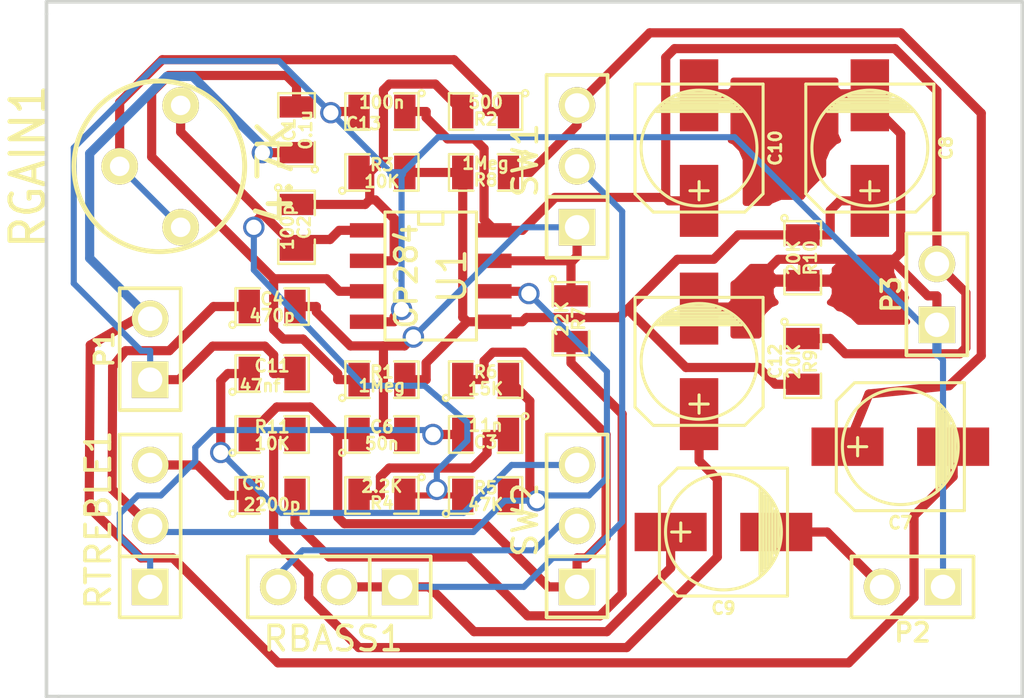
<source format=kicad_pcb>
(kicad_pcb (version 3) (host pcbnew "(2013-05-16 BZR 4016)-stable")

  (general
    (links 56)
    (no_connects 0)
    (area 98.7679 82.728999 141.299001 111.835001)
    (thickness 1.6)
    (drawings 7)
    (tracks 309)
    (zones 0)
    (modules 33)
    (nets 22)
  )

  (page A3)
  (layers
    (15 Dessus.Cu signal)
    (0 Dessous.Cu signal)
    (16 Dessous.Adhes user)
    (17 Dessus.Adhes user)
    (18 Dessous.Pate user)
    (19 Dessus.Pate user)
    (20 Dessous.SilkS user)
    (21 Dessus.SilkS user)
    (22 Dessous.Masque user)
    (23 Dessus.Masque user)
    (24 Dessin.User user)
    (25 Cmts.User user)
    (26 Eco1.User user)
    (27 Eco2.User user)
    (28 Contours.Ci user)
  )

  (setup
    (last_trace_width 0.254)
    (trace_clearance 0.254)
    (zone_clearance 1.016)
    (zone_45_only no)
    (trace_min 0.254)
    (segment_width 0.2)
    (edge_width 0.15)
    (via_size 0.889)
    (via_drill 0.635)
    (via_min_size 0.889)
    (via_min_drill 0.508)
    (uvia_size 0.508)
    (uvia_drill 0.127)
    (uvias_allowed no)
    (uvia_min_size 0.508)
    (uvia_min_drill 0.127)
    (pcb_text_width 0.3)
    (pcb_text_size 1.5 1.5)
    (mod_edge_width 0.15)
    (mod_text_size 1.5 1.5)
    (mod_text_width 0.15)
    (pad_size 1.524 1.524)
    (pad_drill 0.762)
    (pad_to_mask_clearance 0.2)
    (aux_axis_origin 0 0)
    (visible_elements 7FFF7F6F)
    (pcbplotparams
      (layerselection 3178497)
      (usegerberextensions true)
      (excludeedgelayer true)
      (linewidth 0.100000)
      (plotframeref false)
      (viasonmask false)
      (mode 1)
      (useauxorigin false)
      (hpglpennumber 1)
      (hpglpenspeed 20)
      (hpglpendiameter 15)
      (hpglpenoverlay 2)
      (psnegative false)
      (psa4output false)
      (plotreference true)
      (plotvalue true)
      (plotothertext true)
      (plotinvisibletext false)
      (padsonsilk false)
      (subtractmaskfromsilk false)
      (outputformat 1)
      (mirror false)
      (drillshape 1)
      (scaleselection 1)
      (outputdirectory ""))
  )

  (net 0 "")
  (net 1 +9V)
  (net 2 GND)
  (net 3 N-0000010)
  (net 4 N-0000011)
  (net 5 N-0000012)
  (net 6 N-0000013)
  (net 7 N-0000014)
  (net 8 N-0000015)
  (net 9 N-0000016)
  (net 10 N-0000017)
  (net 11 N-0000018)
  (net 12 N-0000019)
  (net 13 N-0000020)
  (net 14 N-0000021)
  (net 15 N-000003)
  (net 16 N-000005)
  (net 17 N-000006)
  (net 18 N-000007)
  (net 19 N-000008)
  (net 20 N-000009)
  (net 21 Vref)

  (net_class Default "Ceci est la Netclass par défaut"
    (clearance 0.254)
    (trace_width 0.254)
    (via_dia 0.889)
    (via_drill 0.635)
    (uvia_dia 0.508)
    (uvia_drill 0.127)
    (add_net "")
    (add_net +9V)
    (add_net GND)
    (add_net N-0000010)
    (add_net N-0000011)
    (add_net N-0000012)
    (add_net N-0000013)
    (add_net N-0000014)
    (add_net N-0000015)
    (add_net N-0000016)
    (add_net N-0000017)
    (add_net N-0000018)
    (add_net N-0000019)
    (add_net N-0000020)
    (add_net N-0000021)
    (add_net N-000003)
    (add_net N-000005)
    (add_net N-000006)
    (add_net N-000007)
    (add_net N-000008)
    (add_net N-000009)
    (add_net Vref)
  )

  (module SO8E (layer Dessus.Cu) (tedit 4F33A5C7) (tstamp 535674E1)
    (at 116.586 94.234 270)
    (descr "module CMS SOJ 8 pins etroit")
    (tags "CMS SOJ")
    (path /51B0ED3A)
    (attr smd)
    (fp_text reference U1 (at 0 -0.889 270) (layer Dessus.SilkS)
      (effects (font (size 1.143 1.143) (thickness 0.1524)))
    )
    (fp_text value OP284 (at 0 1.016 270) (layer Dessus.SilkS)
      (effects (font (size 0.889 0.889) (thickness 0.1524)))
    )
    (fp_line (start -2.667 1.778) (end -2.667 1.905) (layer Dessus.SilkS) (width 0.127))
    (fp_line (start -2.667 1.905) (end 2.667 1.905) (layer Dessus.SilkS) (width 0.127))
    (fp_line (start 2.667 -1.905) (end -2.667 -1.905) (layer Dessus.SilkS) (width 0.127))
    (fp_line (start -2.667 -1.905) (end -2.667 1.778) (layer Dessus.SilkS) (width 0.127))
    (fp_line (start -2.667 -0.508) (end -2.159 -0.508) (layer Dessus.SilkS) (width 0.127))
    (fp_line (start -2.159 -0.508) (end -2.159 0.508) (layer Dessus.SilkS) (width 0.127))
    (fp_line (start -2.159 0.508) (end -2.667 0.508) (layer Dessus.SilkS) (width 0.127))
    (fp_line (start 2.667 -1.905) (end 2.667 1.905) (layer Dessus.SilkS) (width 0.127))
    (pad 8 smd rect (at -1.905 -2.667 270) (size 0.59944 1.39954)
      (layers Dessus.Cu Dessus.Pate Dessus.Masque)
      (net 1 +9V)
    )
    (pad 1 smd rect (at -1.905 2.667 270) (size 0.59944 1.39954)
      (layers Dessus.Cu Dessus.Pate Dessus.Masque)
      (net 8 N-0000015)
    )
    (pad 7 smd rect (at -0.635 -2.667 270) (size 0.59944 1.39954)
      (layers Dessus.Cu Dessus.Pate Dessus.Masque)
      (net 12 N-0000019)
    )
    (pad 6 smd rect (at 0.635 -2.667 270) (size 0.59944 1.39954)
      (layers Dessus.Cu Dessus.Pate Dessus.Masque)
      (net 13 N-0000020)
    )
    (pad 5 smd rect (at 1.905 -2.667 270) (size 0.59944 1.39954)
      (layers Dessus.Cu Dessus.Pate Dessus.Masque)
      (net 21 Vref)
    )
    (pad 2 smd rect (at -0.635 2.667 270) (size 0.59944 1.39954)
      (layers Dessus.Cu Dessus.Pate Dessus.Masque)
      (net 16 N-000005)
    )
    (pad 3 smd rect (at 0.635 2.667 270) (size 0.59944 1.39954)
      (layers Dessus.Cu Dessus.Pate Dessus.Masque)
      (net 15 N-000003)
    )
    (pad 4 smd rect (at 1.905 2.667 270) (size 0.59944 1.39954)
      (layers Dessus.Cu Dessus.Pate Dessus.Masque)
      (net 2 GND)
    )
    (model smd/cms_so8.wrl
      (at (xyz 0 0 0))
      (scale (xyz 0.5 0.32 0.5))
      (rotate (xyz 0 0 0))
    )
  )

  (module SM0805 (layer Dessus.Cu) (tedit 5091495C) (tstamp 5356752A)
    (at 110.998 92.202 270)
    (path /51B1A91A)
    (attr smd)
    (fp_text reference C2 (at 0 -0.3175 270) (layer Dessus.SilkS)
      (effects (font (size 0.50038 0.50038) (thickness 0.10922)))
    )
    (fp_text value 100p (at 0 0.381 270) (layer Dessus.SilkS)
      (effects (font (size 0.50038 0.50038) (thickness 0.10922)))
    )
    (fp_circle (center -1.651 0.762) (end -1.651 0.635) (layer Dessus.SilkS) (width 0.09906))
    (fp_line (start -0.508 0.762) (end -1.524 0.762) (layer Dessus.SilkS) (width 0.09906))
    (fp_line (start -1.524 0.762) (end -1.524 -0.762) (layer Dessus.SilkS) (width 0.09906))
    (fp_line (start -1.524 -0.762) (end -0.508 -0.762) (layer Dessus.SilkS) (width 0.09906))
    (fp_line (start 0.508 -0.762) (end 1.524 -0.762) (layer Dessus.SilkS) (width 0.09906))
    (fp_line (start 1.524 -0.762) (end 1.524 0.762) (layer Dessus.SilkS) (width 0.09906))
    (fp_line (start 1.524 0.762) (end 0.508 0.762) (layer Dessus.SilkS) (width 0.09906))
    (pad 1 smd rect (at -0.9525 0 270) (size 0.889 1.397)
      (layers Dessus.Cu Dessus.Pate Dessus.Masque)
      (net 16 N-000005)
    )
    (pad 2 smd rect (at 0.9525 0 270) (size 0.889 1.397)
      (layers Dessus.Cu Dessus.Pate Dessus.Masque)
      (net 8 N-0000015)
    )
    (model smd/chip_cms.wrl
      (at (xyz 0 0 0))
      (scale (xyz 0.1 0.1 0.1))
      (rotate (xyz 0 0 0))
    )
  )

  (module SM0805 (layer Dessus.Cu) (tedit 5091495C) (tstamp 53567537)
    (at 118.872 100.838 180)
    (path /5194A4FE)
    (attr smd)
    (fp_text reference C3 (at 0 -0.3175 180) (layer Dessus.SilkS)
      (effects (font (size 0.50038 0.50038) (thickness 0.10922)))
    )
    (fp_text value 11n (at 0 0.381 180) (layer Dessus.SilkS)
      (effects (font (size 0.50038 0.50038) (thickness 0.10922)))
    )
    (fp_circle (center -1.651 0.762) (end -1.651 0.635) (layer Dessus.SilkS) (width 0.09906))
    (fp_line (start -0.508 0.762) (end -1.524 0.762) (layer Dessus.SilkS) (width 0.09906))
    (fp_line (start -1.524 0.762) (end -1.524 -0.762) (layer Dessus.SilkS) (width 0.09906))
    (fp_line (start -1.524 -0.762) (end -0.508 -0.762) (layer Dessus.SilkS) (width 0.09906))
    (fp_line (start 0.508 -0.762) (end 1.524 -0.762) (layer Dessus.SilkS) (width 0.09906))
    (fp_line (start 1.524 -0.762) (end 1.524 0.762) (layer Dessus.SilkS) (width 0.09906))
    (fp_line (start 1.524 0.762) (end 0.508 0.762) (layer Dessus.SilkS) (width 0.09906))
    (pad 1 smd rect (at -0.9525 0 180) (size 0.889 1.397)
      (layers Dessus.Cu Dessus.Pate Dessus.Masque)
      (net 19 N-000008)
    )
    (pad 2 smd rect (at 0.9525 0 180) (size 0.889 1.397)
      (layers Dessus.Cu Dessus.Pate Dessus.Masque)
      (net 17 N-000006)
    )
    (model smd/chip_cms.wrl
      (at (xyz 0 0 0))
      (scale (xyz 0.1 0.1 0.1))
      (rotate (xyz 0 0 0))
    )
  )

  (module SM0805 (layer Dessus.Cu) (tedit 5091495C) (tstamp 53567544)
    (at 118.872 98.552)
    (path /5194A4EE)
    (attr smd)
    (fp_text reference R6 (at 0 -0.3175) (layer Dessus.SilkS)
      (effects (font (size 0.50038 0.50038) (thickness 0.10922)))
    )
    (fp_text value 15K (at 0 0.381) (layer Dessus.SilkS)
      (effects (font (size 0.50038 0.50038) (thickness 0.10922)))
    )
    (fp_circle (center -1.651 0.762) (end -1.651 0.635) (layer Dessus.SilkS) (width 0.09906))
    (fp_line (start -0.508 0.762) (end -1.524 0.762) (layer Dessus.SilkS) (width 0.09906))
    (fp_line (start -1.524 0.762) (end -1.524 -0.762) (layer Dessus.SilkS) (width 0.09906))
    (fp_line (start -1.524 -0.762) (end -0.508 -0.762) (layer Dessus.SilkS) (width 0.09906))
    (fp_line (start 0.508 -0.762) (end 1.524 -0.762) (layer Dessus.SilkS) (width 0.09906))
    (fp_line (start 1.524 -0.762) (end 1.524 0.762) (layer Dessus.SilkS) (width 0.09906))
    (fp_line (start 1.524 0.762) (end 0.508 0.762) (layer Dessus.SilkS) (width 0.09906))
    (pad 1 smd rect (at -0.9525 0) (size 0.889 1.397)
      (layers Dessus.Cu Dessus.Pate Dessus.Masque)
      (net 11 N-0000018)
    )
    (pad 2 smd rect (at 0.9525 0) (size 0.889 1.397)
      (layers Dessus.Cu Dessus.Pate Dessus.Masque)
      (net 13 N-0000020)
    )
    (model smd/chip_cms.wrl
      (at (xyz 0 0 0))
      (scale (xyz 0.1 0.1 0.1))
      (rotate (xyz 0 0 0))
    )
  )

  (module SM0805 (layer Dessus.Cu) (tedit 5091495C) (tstamp 53567551)
    (at 118.872 103.378)
    (path /5194A4D6)
    (attr smd)
    (fp_text reference R5 (at 0 -0.3175) (layer Dessus.SilkS)
      (effects (font (size 0.50038 0.50038) (thickness 0.10922)))
    )
    (fp_text value 47K (at 0 0.381) (layer Dessus.SilkS)
      (effects (font (size 0.50038 0.50038) (thickness 0.10922)))
    )
    (fp_circle (center -1.651 0.762) (end -1.651 0.635) (layer Dessus.SilkS) (width 0.09906))
    (fp_line (start -0.508 0.762) (end -1.524 0.762) (layer Dessus.SilkS) (width 0.09906))
    (fp_line (start -1.524 0.762) (end -1.524 -0.762) (layer Dessus.SilkS) (width 0.09906))
    (fp_line (start -1.524 -0.762) (end -0.508 -0.762) (layer Dessus.SilkS) (width 0.09906))
    (fp_line (start 0.508 -0.762) (end 1.524 -0.762) (layer Dessus.SilkS) (width 0.09906))
    (fp_line (start 1.524 -0.762) (end 1.524 0.762) (layer Dessus.SilkS) (width 0.09906))
    (fp_line (start 1.524 0.762) (end 0.508 0.762) (layer Dessus.SilkS) (width 0.09906))
    (pad 1 smd rect (at -0.9525 0) (size 0.889 1.397)
      (layers Dessus.Cu Dessus.Pate Dessus.Masque)
      (net 8 N-0000015)
    )
    (pad 2 smd rect (at 0.9525 0) (size 0.889 1.397)
      (layers Dessus.Cu Dessus.Pate Dessus.Masque)
      (net 13 N-0000020)
    )
    (model smd/chip_cms.wrl
      (at (xyz 0 0 0))
      (scale (xyz 0.1 0.1 0.1))
      (rotate (xyz 0 0 0))
    )
  )

  (module SM0805 (layer Dessus.Cu) (tedit 5356CA81) (tstamp 5356755E)
    (at 114.554 98.552)
    (path /51B1A73D)
    (attr smd)
    (fp_text reference R1 (at 0 -0.3175) (layer Dessus.SilkS)
      (effects (font (size 0.50038 0.50038) (thickness 0.10922)))
    )
    (fp_text value 1Meg (at 0 0.254) (layer Dessus.SilkS)
      (effects (font (size 0.50038 0.50038) (thickness 0.10922)))
    )
    (fp_circle (center -1.651 0.762) (end -1.651 0.635) (layer Dessus.SilkS) (width 0.09906))
    (fp_line (start -0.508 0.762) (end -1.524 0.762) (layer Dessus.SilkS) (width 0.09906))
    (fp_line (start -1.524 0.762) (end -1.524 -0.762) (layer Dessus.SilkS) (width 0.09906))
    (fp_line (start -1.524 -0.762) (end -0.508 -0.762) (layer Dessus.SilkS) (width 0.09906))
    (fp_line (start 0.508 -0.762) (end 1.524 -0.762) (layer Dessus.SilkS) (width 0.09906))
    (fp_line (start 1.524 -0.762) (end 1.524 0.762) (layer Dessus.SilkS) (width 0.09906))
    (fp_line (start 1.524 0.762) (end 0.508 0.762) (layer Dessus.SilkS) (width 0.09906))
    (pad 1 smd rect (at -0.9525 0) (size 0.889 1.397)
      (layers Dessus.Cu Dessus.Pate Dessus.Masque)
      (net 15 N-000003)
    )
    (pad 2 smd rect (at 0.9525 0) (size 0.889 1.397)
      (layers Dessus.Cu Dessus.Pate Dessus.Masque)
      (net 21 Vref)
    )
    (model smd/chip_cms.wrl
      (at (xyz 0 0 0))
      (scale (xyz 0.1 0.1 0.1))
      (rotate (xyz 0 0 0))
    )
  )

  (module SM0805 (layer Dessus.Cu) (tedit 5091495C) (tstamp 5356756B)
    (at 114.554 89.916)
    (path /51B1A74C)
    (attr smd)
    (fp_text reference R3 (at 0 -0.3175) (layer Dessus.SilkS)
      (effects (font (size 0.50038 0.50038) (thickness 0.10922)))
    )
    (fp_text value 10K (at 0 0.381) (layer Dessus.SilkS)
      (effects (font (size 0.50038 0.50038) (thickness 0.10922)))
    )
    (fp_circle (center -1.651 0.762) (end -1.651 0.635) (layer Dessus.SilkS) (width 0.09906))
    (fp_line (start -0.508 0.762) (end -1.524 0.762) (layer Dessus.SilkS) (width 0.09906))
    (fp_line (start -1.524 0.762) (end -1.524 -0.762) (layer Dessus.SilkS) (width 0.09906))
    (fp_line (start -1.524 -0.762) (end -0.508 -0.762) (layer Dessus.SilkS) (width 0.09906))
    (fp_line (start 0.508 -0.762) (end 1.524 -0.762) (layer Dessus.SilkS) (width 0.09906))
    (fp_line (start 1.524 -0.762) (end 1.524 0.762) (layer Dessus.SilkS) (width 0.09906))
    (fp_line (start 1.524 0.762) (end 0.508 0.762) (layer Dessus.SilkS) (width 0.09906))
    (pad 1 smd rect (at -0.9525 0) (size 0.889 1.397)
      (layers Dessus.Cu Dessus.Pate Dessus.Masque)
      (net 16 N-000005)
    )
    (pad 2 smd rect (at 0.9525 0) (size 0.889 1.397)
      (layers Dessus.Cu Dessus.Pate Dessus.Masque)
      (net 21 Vref)
    )
    (model smd/chip_cms.wrl
      (at (xyz 0 0 0))
      (scale (xyz 0.1 0.1 0.1))
      (rotate (xyz 0 0 0))
    )
  )

  (module SM0805 (layer Dessus.Cu) (tedit 5091495C) (tstamp 53567578)
    (at 118.872 87.376 180)
    (path /51B1A765)
    (attr smd)
    (fp_text reference R2 (at 0 -0.3175 180) (layer Dessus.SilkS)
      (effects (font (size 0.50038 0.50038) (thickness 0.10922)))
    )
    (fp_text value 500 (at 0 0.381 180) (layer Dessus.SilkS)
      (effects (font (size 0.50038 0.50038) (thickness 0.10922)))
    )
    (fp_circle (center -1.651 0.762) (end -1.651 0.635) (layer Dessus.SilkS) (width 0.09906))
    (fp_line (start -0.508 0.762) (end -1.524 0.762) (layer Dessus.SilkS) (width 0.09906))
    (fp_line (start -1.524 0.762) (end -1.524 -0.762) (layer Dessus.SilkS) (width 0.09906))
    (fp_line (start -1.524 -0.762) (end -0.508 -0.762) (layer Dessus.SilkS) (width 0.09906))
    (fp_line (start 0.508 -0.762) (end 1.524 -0.762) (layer Dessus.SilkS) (width 0.09906))
    (fp_line (start 1.524 -0.762) (end 1.524 0.762) (layer Dessus.SilkS) (width 0.09906))
    (fp_line (start 1.524 0.762) (end 0.508 0.762) (layer Dessus.SilkS) (width 0.09906))
    (pad 1 smd rect (at -0.9525 0 180) (size 0.889 1.397)
      (layers Dessus.Cu Dessus.Pate Dessus.Masque)
      (net 18 N-000007)
    )
    (pad 2 smd rect (at 0.9525 0 180) (size 0.889 1.397)
      (layers Dessus.Cu Dessus.Pate Dessus.Masque)
      (net 16 N-000005)
    )
    (model smd/chip_cms.wrl
      (at (xyz 0 0 0))
      (scale (xyz 0.1 0.1 0.1))
      (rotate (xyz 0 0 0))
    )
  )

  (module SM0805 (layer Dessus.Cu) (tedit 5356CA26) (tstamp 53567585)
    (at 109.982 103.378)
    (path /5194A52D)
    (attr smd)
    (fp_text reference C5 (at -0.762 -0.508) (layer Dessus.SilkS)
      (effects (font (size 0.50038 0.50038) (thickness 0.10922)))
    )
    (fp_text value 2200p (at 0 0.381) (layer Dessus.SilkS)
      (effects (font (size 0.50038 0.50038) (thickness 0.10922)))
    )
    (fp_circle (center -1.651 0.762) (end -1.651 0.635) (layer Dessus.SilkS) (width 0.09906))
    (fp_line (start -0.508 0.762) (end -1.524 0.762) (layer Dessus.SilkS) (width 0.09906))
    (fp_line (start -1.524 0.762) (end -1.524 -0.762) (layer Dessus.SilkS) (width 0.09906))
    (fp_line (start -1.524 -0.762) (end -0.508 -0.762) (layer Dessus.SilkS) (width 0.09906))
    (fp_line (start 0.508 -0.762) (end 1.524 -0.762) (layer Dessus.SilkS) (width 0.09906))
    (fp_line (start 1.524 -0.762) (end 1.524 0.762) (layer Dessus.SilkS) (width 0.09906))
    (fp_line (start 1.524 0.762) (end 0.508 0.762) (layer Dessus.SilkS) (width 0.09906))
    (pad 1 smd rect (at -0.9525 0) (size 0.889 1.397)
      (layers Dessus.Cu Dessus.Pate Dessus.Masque)
      (net 5 N-0000012)
    )
    (pad 2 smd rect (at 0.9525 0) (size 0.889 1.397)
      (layers Dessus.Cu Dessus.Pate Dessus.Masque)
      (net 20 N-000009)
    )
    (model smd/chip_cms.wrl
      (at (xyz 0 0 0))
      (scale (xyz 0.1 0.1 0.1))
      (rotate (xyz 0 0 0))
    )
  )

  (module SM0805 (layer Dessus.Cu) (tedit 5091495C) (tstamp 53567592)
    (at 118.872 89.916 180)
    (path /51B1AF4B)
    (attr smd)
    (fp_text reference R8 (at 0 -0.3175 180) (layer Dessus.SilkS)
      (effects (font (size 0.50038 0.50038) (thickness 0.10922)))
    )
    (fp_text value 1Meg (at 0 0.381 180) (layer Dessus.SilkS)
      (effects (font (size 0.50038 0.50038) (thickness 0.10922)))
    )
    (fp_circle (center -1.651 0.762) (end -1.651 0.635) (layer Dessus.SilkS) (width 0.09906))
    (fp_line (start -0.508 0.762) (end -1.524 0.762) (layer Dessus.SilkS) (width 0.09906))
    (fp_line (start -1.524 0.762) (end -1.524 -0.762) (layer Dessus.SilkS) (width 0.09906))
    (fp_line (start -1.524 -0.762) (end -0.508 -0.762) (layer Dessus.SilkS) (width 0.09906))
    (fp_line (start 0.508 -0.762) (end 1.524 -0.762) (layer Dessus.SilkS) (width 0.09906))
    (fp_line (start 1.524 -0.762) (end 1.524 0.762) (layer Dessus.SilkS) (width 0.09906))
    (fp_line (start 1.524 0.762) (end 0.508 0.762) (layer Dessus.SilkS) (width 0.09906))
    (pad 1 smd rect (at -0.9525 0 180) (size 0.889 1.397)
      (layers Dessus.Cu Dessus.Pate Dessus.Masque)
      (net 4 N-0000011)
    )
    (pad 2 smd rect (at 0.9525 0 180) (size 0.889 1.397)
      (layers Dessus.Cu Dessus.Pate Dessus.Masque)
      (net 21 Vref)
    )
    (model smd/chip_cms.wrl
      (at (xyz 0 0 0))
      (scale (xyz 0.1 0.1 0.1))
      (rotate (xyz 0 0 0))
    )
  )

  (module SM0805 (layer Dessus.Cu) (tedit 5091495C) (tstamp 5356759F)
    (at 114.554 103.378 180)
    (path /53563E77)
    (attr smd)
    (fp_text reference R4 (at 0 -0.3175 180) (layer Dessus.SilkS)
      (effects (font (size 0.50038 0.50038) (thickness 0.10922)))
    )
    (fp_text value 2.2K (at 0 0.381 180) (layer Dessus.SilkS)
      (effects (font (size 0.50038 0.50038) (thickness 0.10922)))
    )
    (fp_circle (center -1.651 0.762) (end -1.651 0.635) (layer Dessus.SilkS) (width 0.09906))
    (fp_line (start -0.508 0.762) (end -1.524 0.762) (layer Dessus.SilkS) (width 0.09906))
    (fp_line (start -1.524 0.762) (end -1.524 -0.762) (layer Dessus.SilkS) (width 0.09906))
    (fp_line (start -1.524 -0.762) (end -0.508 -0.762) (layer Dessus.SilkS) (width 0.09906))
    (fp_line (start 0.508 -0.762) (end 1.524 -0.762) (layer Dessus.SilkS) (width 0.09906))
    (fp_line (start 1.524 -0.762) (end 1.524 0.762) (layer Dessus.SilkS) (width 0.09906))
    (fp_line (start 1.524 0.762) (end 0.508 0.762) (layer Dessus.SilkS) (width 0.09906))
    (pad 1 smd rect (at -0.9525 0 180) (size 0.889 1.397)
      (layers Dessus.Cu Dessus.Pate Dessus.Masque)
      (net 8 N-0000015)
    )
    (pad 2 smd rect (at 0.9525 0 180) (size 0.889 1.397)
      (layers Dessus.Cu Dessus.Pate Dessus.Masque)
      (net 19 N-000008)
    )
    (model smd/chip_cms.wrl
      (at (xyz 0 0 0))
      (scale (xyz 0.1 0.1 0.1))
      (rotate (xyz 0 0 0))
    )
  )

  (module SM0805 (layer Dessus.Cu) (tedit 5091495C) (tstamp 535675AC)
    (at 122.428 96.012 270)
    (path /53563E86)
    (attr smd)
    (fp_text reference R7 (at 0 -0.3175 270) (layer Dessus.SilkS)
      (effects (font (size 0.50038 0.50038) (thickness 0.10922)))
    )
    (fp_text value 22K (at 0 0.381 270) (layer Dessus.SilkS)
      (effects (font (size 0.50038 0.50038) (thickness 0.10922)))
    )
    (fp_circle (center -1.651 0.762) (end -1.651 0.635) (layer Dessus.SilkS) (width 0.09906))
    (fp_line (start -0.508 0.762) (end -1.524 0.762) (layer Dessus.SilkS) (width 0.09906))
    (fp_line (start -1.524 0.762) (end -1.524 -0.762) (layer Dessus.SilkS) (width 0.09906))
    (fp_line (start -1.524 -0.762) (end -0.508 -0.762) (layer Dessus.SilkS) (width 0.09906))
    (fp_line (start 0.508 -0.762) (end 1.524 -0.762) (layer Dessus.SilkS) (width 0.09906))
    (fp_line (start 1.524 -0.762) (end 1.524 0.762) (layer Dessus.SilkS) (width 0.09906))
    (fp_line (start 1.524 0.762) (end 0.508 0.762) (layer Dessus.SilkS) (width 0.09906))
    (pad 1 smd rect (at -0.9525 0 270) (size 0.889 1.397)
      (layers Dessus.Cu Dessus.Pate Dessus.Masque)
      (net 12 N-0000019)
    )
    (pad 2 smd rect (at 0.9525 0 270) (size 0.889 1.397)
      (layers Dessus.Cu Dessus.Pate Dessus.Masque)
      (net 20 N-000009)
    )
    (model smd/chip_cms.wrl
      (at (xyz 0 0 0))
      (scale (xyz 0.1 0.1 0.1))
      (rotate (xyz 0 0 0))
    )
  )

  (module SM0805 (layer Dessus.Cu) (tedit 5356CA9C) (tstamp 535675B9)
    (at 114.554 87.376 180)
    (path /535640CD)
    (attr smd)
    (fp_text reference C13 (at 0.762 -0.508 180) (layer Dessus.SilkS)
      (effects (font (size 0.50038 0.50038) (thickness 0.10922)))
    )
    (fp_text value 100n (at 0 0.381 180) (layer Dessus.SilkS)
      (effects (font (size 0.50038 0.50038) (thickness 0.10922)))
    )
    (fp_circle (center -1.651 0.762) (end -1.651 0.635) (layer Dessus.SilkS) (width 0.09906))
    (fp_line (start -0.508 0.762) (end -1.524 0.762) (layer Dessus.SilkS) (width 0.09906))
    (fp_line (start -1.524 0.762) (end -1.524 -0.762) (layer Dessus.SilkS) (width 0.09906))
    (fp_line (start -1.524 -0.762) (end -0.508 -0.762) (layer Dessus.SilkS) (width 0.09906))
    (fp_line (start 0.508 -0.762) (end 1.524 -0.762) (layer Dessus.SilkS) (width 0.09906))
    (fp_line (start 1.524 -0.762) (end 1.524 0.762) (layer Dessus.SilkS) (width 0.09906))
    (fp_line (start 1.524 0.762) (end 0.508 0.762) (layer Dessus.SilkS) (width 0.09906))
    (pad 1 smd rect (at -0.9525 0 180) (size 0.889 1.397)
      (layers Dessus.Cu Dessus.Pate Dessus.Masque)
      (net 1 +9V)
    )
    (pad 2 smd rect (at 0.9525 0 180) (size 0.889 1.397)
      (layers Dessus.Cu Dessus.Pate Dessus.Masque)
      (net 2 GND)
    )
    (model smd/chip_cms.wrl
      (at (xyz 0 0 0))
      (scale (xyz 0.1 0.1 0.1))
      (rotate (xyz 0 0 0))
    )
  )

  (module SM0805 (layer Dessus.Cu) (tedit 5091495C) (tstamp 535675C6)
    (at 109.982 95.504)
    (path /5194A574)
    (attr smd)
    (fp_text reference C4 (at 0 -0.3175) (layer Dessus.SilkS)
      (effects (font (size 0.50038 0.50038) (thickness 0.10922)))
    )
    (fp_text value 470p (at 0 0.381) (layer Dessus.SilkS)
      (effects (font (size 0.50038 0.50038) (thickness 0.10922)))
    )
    (fp_circle (center -1.651 0.762) (end -1.651 0.635) (layer Dessus.SilkS) (width 0.09906))
    (fp_line (start -0.508 0.762) (end -1.524 0.762) (layer Dessus.SilkS) (width 0.09906))
    (fp_line (start -1.524 0.762) (end -1.524 -0.762) (layer Dessus.SilkS) (width 0.09906))
    (fp_line (start -1.524 -0.762) (end -0.508 -0.762) (layer Dessus.SilkS) (width 0.09906))
    (fp_line (start 0.508 -0.762) (end 1.524 -0.762) (layer Dessus.SilkS) (width 0.09906))
    (fp_line (start 1.524 -0.762) (end 1.524 0.762) (layer Dessus.SilkS) (width 0.09906))
    (fp_line (start 1.524 0.762) (end 0.508 0.762) (layer Dessus.SilkS) (width 0.09906))
    (pad 1 smd rect (at -0.9525 0) (size 0.889 1.397)
      (layers Dessus.Cu Dessus.Pate Dessus.Masque)
      (net 13 N-0000020)
    )
    (pad 2 smd rect (at 0.9525 0) (size 0.889 1.397)
      (layers Dessus.Cu Dessus.Pate Dessus.Masque)
      (net 12 N-0000019)
    )
    (model smd/chip_cms.wrl
      (at (xyz 0 0 0))
      (scale (xyz 0.1 0.1 0.1))
      (rotate (xyz 0 0 0))
    )
  )

  (module SM0805 (layer Dessus.Cu) (tedit 5091495C) (tstamp 535675D3)
    (at 114.554 100.838)
    (path /5194A58C)
    (attr smd)
    (fp_text reference C6 (at 0 -0.3175) (layer Dessus.SilkS)
      (effects (font (size 0.50038 0.50038) (thickness 0.10922)))
    )
    (fp_text value 50n (at 0 0.381) (layer Dessus.SilkS)
      (effects (font (size 0.50038 0.50038) (thickness 0.10922)))
    )
    (fp_circle (center -1.651 0.762) (end -1.651 0.635) (layer Dessus.SilkS) (width 0.09906))
    (fp_line (start -0.508 0.762) (end -1.524 0.762) (layer Dessus.SilkS) (width 0.09906))
    (fp_line (start -1.524 0.762) (end -1.524 -0.762) (layer Dessus.SilkS) (width 0.09906))
    (fp_line (start -1.524 -0.762) (end -0.508 -0.762) (layer Dessus.SilkS) (width 0.09906))
    (fp_line (start 0.508 -0.762) (end 1.524 -0.762) (layer Dessus.SilkS) (width 0.09906))
    (fp_line (start 1.524 -0.762) (end 1.524 0.762) (layer Dessus.SilkS) (width 0.09906))
    (fp_line (start 1.524 0.762) (end 0.508 0.762) (layer Dessus.SilkS) (width 0.09906))
    (pad 1 smd rect (at -0.9525 0) (size 0.889 1.397)
      (layers Dessus.Cu Dessus.Pate Dessus.Masque)
      (net 11 N-0000018)
    )
    (pad 2 smd rect (at 0.9525 0) (size 0.889 1.397)
      (layers Dessus.Cu Dessus.Pate Dessus.Masque)
      (net 12 N-0000019)
    )
    (model smd/chip_cms.wrl
      (at (xyz 0 0 0))
      (scale (xyz 0.1 0.1 0.1))
      (rotate (xyz 0 0 0))
    )
  )

  (module SM0805 (layer Dessus.Cu) (tedit 5091495C) (tstamp 535675E0)
    (at 110.998 88.138 90)
    (path /5194A946)
    (attr smd)
    (fp_text reference C1 (at 0 -0.3175 90) (layer Dessus.SilkS)
      (effects (font (size 0.50038 0.50038) (thickness 0.10922)))
    )
    (fp_text value 0.1u (at 0 0.381 90) (layer Dessus.SilkS)
      (effects (font (size 0.50038 0.50038) (thickness 0.10922)))
    )
    (fp_circle (center -1.651 0.762) (end -1.651 0.635) (layer Dessus.SilkS) (width 0.09906))
    (fp_line (start -0.508 0.762) (end -1.524 0.762) (layer Dessus.SilkS) (width 0.09906))
    (fp_line (start -1.524 0.762) (end -1.524 -0.762) (layer Dessus.SilkS) (width 0.09906))
    (fp_line (start -1.524 -0.762) (end -0.508 -0.762) (layer Dessus.SilkS) (width 0.09906))
    (fp_line (start 0.508 -0.762) (end 1.524 -0.762) (layer Dessus.SilkS) (width 0.09906))
    (fp_line (start 1.524 -0.762) (end 1.524 0.762) (layer Dessus.SilkS) (width 0.09906))
    (fp_line (start 1.524 0.762) (end 0.508 0.762) (layer Dessus.SilkS) (width 0.09906))
    (pad 1 smd rect (at -0.9525 0 90) (size 0.889 1.397)
      (layers Dessus.Cu Dessus.Pate Dessus.Masque)
      (net 7 N-0000014)
    )
    (pad 2 smd rect (at 0.9525 0 90) (size 0.889 1.397)
      (layers Dessus.Cu Dessus.Pate Dessus.Masque)
      (net 15 N-000003)
    )
    (model smd/chip_cms.wrl
      (at (xyz 0 0 0))
      (scale (xyz 0.1 0.1 0.1))
      (rotate (xyz 0 0 0))
    )
  )

  (module SM0805 (layer Dessus.Cu) (tedit 5356CACA) (tstamp 535675ED)
    (at 109.982 98.298)
    (path /5194AE09)
    (attr smd)
    (fp_text reference C11 (at 0 -0.3175) (layer Dessus.SilkS)
      (effects (font (size 0.50038 0.50038) (thickness 0.10922)))
    )
    (fp_text value 47nf (at -0.508 0.508) (layer Dessus.SilkS)
      (effects (font (size 0.50038 0.50038) (thickness 0.10922)))
    )
    (fp_circle (center -1.651 0.762) (end -1.651 0.635) (layer Dessus.SilkS) (width 0.09906))
    (fp_line (start -0.508 0.762) (end -1.524 0.762) (layer Dessus.SilkS) (width 0.09906))
    (fp_line (start -1.524 0.762) (end -1.524 -0.762) (layer Dessus.SilkS) (width 0.09906))
    (fp_line (start -1.524 -0.762) (end -0.508 -0.762) (layer Dessus.SilkS) (width 0.09906))
    (fp_line (start 0.508 -0.762) (end 1.524 -0.762) (layer Dessus.SilkS) (width 0.09906))
    (fp_line (start 1.524 -0.762) (end 1.524 0.762) (layer Dessus.SilkS) (width 0.09906))
    (fp_line (start 1.524 0.762) (end 0.508 0.762) (layer Dessus.SilkS) (width 0.09906))
    (pad 1 smd rect (at -0.9525 0) (size 0.889 1.397)
      (layers Dessus.Cu Dessus.Pate Dessus.Masque)
      (net 6 N-0000013)
    )
    (pad 2 smd rect (at 0.9525 0) (size 0.889 1.397)
      (layers Dessus.Cu Dessus.Pate Dessus.Masque)
      (net 2 GND)
    )
    (model smd/chip_cms.wrl
      (at (xyz 0 0 0))
      (scale (xyz 0.1 0.1 0.1))
      (rotate (xyz 0 0 0))
    )
  )

  (module SM0805 (layer Dessus.Cu) (tedit 5091495C) (tstamp 535675FA)
    (at 109.982 100.838)
    (path /5194AE28)
    (attr smd)
    (fp_text reference R11 (at 0 -0.3175) (layer Dessus.SilkS)
      (effects (font (size 0.50038 0.50038) (thickness 0.10922)))
    )
    (fp_text value 10K (at 0 0.381) (layer Dessus.SilkS)
      (effects (font (size 0.50038 0.50038) (thickness 0.10922)))
    )
    (fp_circle (center -1.651 0.762) (end -1.651 0.635) (layer Dessus.SilkS) (width 0.09906))
    (fp_line (start -0.508 0.762) (end -1.524 0.762) (layer Dessus.SilkS) (width 0.09906))
    (fp_line (start -1.524 0.762) (end -1.524 -0.762) (layer Dessus.SilkS) (width 0.09906))
    (fp_line (start -1.524 -0.762) (end -0.508 -0.762) (layer Dessus.SilkS) (width 0.09906))
    (fp_line (start 0.508 -0.762) (end 1.524 -0.762) (layer Dessus.SilkS) (width 0.09906))
    (fp_line (start 1.524 -0.762) (end 1.524 0.762) (layer Dessus.SilkS) (width 0.09906))
    (fp_line (start 1.524 0.762) (end 0.508 0.762) (layer Dessus.SilkS) (width 0.09906))
    (pad 1 smd rect (at -0.9525 0) (size 0.889 1.397)
      (layers Dessus.Cu Dessus.Pate Dessus.Masque)
      (net 11 N-0000018)
    )
    (pad 2 smd rect (at 0.9525 0) (size 0.889 1.397)
      (layers Dessus.Cu Dessus.Pate Dessus.Masque)
      (net 10 N-0000017)
    )
    (model smd/chip_cms.wrl
      (at (xyz 0 0 0))
      (scale (xyz 0.1 0.1 0.1))
      (rotate (xyz 0 0 0))
    )
  )

  (module SM0805 (layer Dessus.Cu) (tedit 5091495C) (tstamp 53567607)
    (at 132.08 97.79 270)
    (path /5194B4AA)
    (attr smd)
    (fp_text reference R9 (at 0 -0.3175 270) (layer Dessus.SilkS)
      (effects (font (size 0.50038 0.50038) (thickness 0.10922)))
    )
    (fp_text value 20K (at 0 0.381 270) (layer Dessus.SilkS)
      (effects (font (size 0.50038 0.50038) (thickness 0.10922)))
    )
    (fp_circle (center -1.651 0.762) (end -1.651 0.635) (layer Dessus.SilkS) (width 0.09906))
    (fp_line (start -0.508 0.762) (end -1.524 0.762) (layer Dessus.SilkS) (width 0.09906))
    (fp_line (start -1.524 0.762) (end -1.524 -0.762) (layer Dessus.SilkS) (width 0.09906))
    (fp_line (start -1.524 -0.762) (end -0.508 -0.762) (layer Dessus.SilkS) (width 0.09906))
    (fp_line (start 0.508 -0.762) (end 1.524 -0.762) (layer Dessus.SilkS) (width 0.09906))
    (fp_line (start 1.524 -0.762) (end 1.524 0.762) (layer Dessus.SilkS) (width 0.09906))
    (fp_line (start 1.524 0.762) (end 0.508 0.762) (layer Dessus.SilkS) (width 0.09906))
    (pad 1 smd rect (at -0.9525 0 270) (size 0.889 1.397)
      (layers Dessus.Cu Dessus.Pate Dessus.Masque)
      (net 1 +9V)
    )
    (pad 2 smd rect (at 0.9525 0 270) (size 0.889 1.397)
      (layers Dessus.Cu Dessus.Pate Dessus.Masque)
      (net 21 Vref)
    )
    (model smd/chip_cms.wrl
      (at (xyz 0 0 0))
      (scale (xyz 0.1 0.1 0.1))
      (rotate (xyz 0 0 0))
    )
  )

  (module SM0805 (layer Dessus.Cu) (tedit 5091495C) (tstamp 53567614)
    (at 132.08 93.472 270)
    (path /5194B4B0)
    (attr smd)
    (fp_text reference R10 (at 0 -0.3175 270) (layer Dessus.SilkS)
      (effects (font (size 0.50038 0.50038) (thickness 0.10922)))
    )
    (fp_text value 20K (at 0 0.381 270) (layer Dessus.SilkS)
      (effects (font (size 0.50038 0.50038) (thickness 0.10922)))
    )
    (fp_circle (center -1.651 0.762) (end -1.651 0.635) (layer Dessus.SilkS) (width 0.09906))
    (fp_line (start -0.508 0.762) (end -1.524 0.762) (layer Dessus.SilkS) (width 0.09906))
    (fp_line (start -1.524 0.762) (end -1.524 -0.762) (layer Dessus.SilkS) (width 0.09906))
    (fp_line (start -1.524 -0.762) (end -0.508 -0.762) (layer Dessus.SilkS) (width 0.09906))
    (fp_line (start 0.508 -0.762) (end 1.524 -0.762) (layer Dessus.SilkS) (width 0.09906))
    (fp_line (start 1.524 -0.762) (end 1.524 0.762) (layer Dessus.SilkS) (width 0.09906))
    (fp_line (start 1.524 0.762) (end 0.508 0.762) (layer Dessus.SilkS) (width 0.09906))
    (pad 1 smd rect (at -0.9525 0 270) (size 0.889 1.397)
      (layers Dessus.Cu Dessus.Pate Dessus.Masque)
      (net 21 Vref)
    )
    (pad 2 smd rect (at 0.9525 0 270) (size 0.889 1.397)
      (layers Dessus.Cu Dessus.Pate Dessus.Masque)
      (net 2 GND)
    )
    (model smd/chip_cms.wrl
      (at (xyz 0 0 0))
      (scale (xyz 0.1 0.1 0.1))
      (rotate (xyz 0 0 0))
    )
  )

  (module PIN_ARRAY_3X1 (layer Dessus.Cu) (tedit 4C1130E0) (tstamp 5356762D)
    (at 104.902 104.648 90)
    (descr "Connecteur 3 pins")
    (tags "CONN DEV")
    (path /5194A643)
    (fp_text reference RTREBLE1 (at 0.254 -2.159 90) (layer Dessus.SilkS)
      (effects (font (size 1.016 1.016) (thickness 0.1524)))
    )
    (fp_text value "100K REVLOG" (at 0 -2.159 90) (layer Dessus.SilkS) hide
      (effects (font (size 1.016 1.016) (thickness 0.1524)))
    )
    (fp_line (start -3.81 1.27) (end -3.81 -1.27) (layer Dessus.SilkS) (width 0.1524))
    (fp_line (start -3.81 -1.27) (end 3.81 -1.27) (layer Dessus.SilkS) (width 0.1524))
    (fp_line (start 3.81 -1.27) (end 3.81 1.27) (layer Dessus.SilkS) (width 0.1524))
    (fp_line (start 3.81 1.27) (end -3.81 1.27) (layer Dessus.SilkS) (width 0.1524))
    (fp_line (start -1.27 -1.27) (end -1.27 1.27) (layer Dessus.SilkS) (width 0.1524))
    (pad 1 thru_hole rect (at -2.54 0 90) (size 1.524 1.524) (drill 1.016)
      (layers *.Cu *.Mask Dessus.SilkS)
      (net 17 N-000006)
    )
    (pad 2 thru_hole circle (at 0 0 90) (size 1.524 1.524) (drill 1.016)
      (layers *.Cu *.Mask Dessus.SilkS)
      (net 13 N-0000020)
    )
    (pad 3 thru_hole circle (at 2.54 0 90) (size 1.524 1.524) (drill 1.016)
      (layers *.Cu *.Mask Dessus.SilkS)
      (net 5 N-0000012)
    )
    (model pin_array/pins_array_3x1.wrl
      (at (xyz 0 0 0))
      (scale (xyz 1 1 1))
      (rotate (xyz 0 0 0))
    )
  )

  (module PIN_ARRAY_3X1 (layer Dessus.Cu) (tedit 4C1130E0) (tstamp 53567645)
    (at 112.776 107.188 180)
    (descr "Connecteur 3 pins")
    (tags "CONN DEV")
    (path /5194AD59)
    (fp_text reference RBASS1 (at 0.254 -2.159 180) (layer Dessus.SilkS)
      (effects (font (size 1.016 1.016) (thickness 0.1524)))
    )
    (fp_text value "100K LOG" (at 0 -2.159 180) (layer Dessus.SilkS) hide
      (effects (font (size 1.016 1.016) (thickness 0.1524)))
    )
    (fp_line (start -3.81 1.27) (end -3.81 -1.27) (layer Dessus.SilkS) (width 0.1524))
    (fp_line (start -3.81 -1.27) (end 3.81 -1.27) (layer Dessus.SilkS) (width 0.1524))
    (fp_line (start 3.81 -1.27) (end 3.81 1.27) (layer Dessus.SilkS) (width 0.1524))
    (fp_line (start 3.81 1.27) (end -3.81 1.27) (layer Dessus.SilkS) (width 0.1524))
    (fp_line (start -1.27 -1.27) (end -1.27 1.27) (layer Dessus.SilkS) (width 0.1524))
    (pad 1 thru_hole rect (at -2.54 0 180) (size 1.524 1.524) (drill 1.016)
      (layers *.Cu *.Mask Dessus.SilkS)
      (net 14 N-0000021)
    )
    (pad 2 thru_hole circle (at 0 0 180) (size 1.524 1.524) (drill 1.016)
      (layers *.Cu *.Mask Dessus.SilkS)
      (net 14 N-0000021)
    )
    (pad 3 thru_hole circle (at 2.54 0 180) (size 1.524 1.524) (drill 1.016)
      (layers *.Cu *.Mask Dessus.SilkS)
      (net 9 N-0000016)
    )
    (model pin_array/pins_array_3x1.wrl
      (at (xyz 0 0 0))
      (scale (xyz 1 1 1))
      (rotate (xyz 0 0 0))
    )
  )

  (module PIN_ARRAY_3X1 (layer Dessus.Cu) (tedit 4C1130E0) (tstamp 53567651)
    (at 122.682 89.662 90)
    (descr "Connecteur 3 pins")
    (tags "CONN DEV")
    (path /51B1D3A0)
    (fp_text reference SW1 (at 0.254 -2.159 90) (layer Dessus.SilkS)
      (effects (font (size 1.016 1.016) (thickness 0.1524)))
    )
    (fp_text value SWITCH_INV (at 0 -2.159 90) (layer Dessus.SilkS) hide
      (effects (font (size 1.016 1.016) (thickness 0.1524)))
    )
    (fp_line (start -3.81 1.27) (end -3.81 -1.27) (layer Dessus.SilkS) (width 0.1524))
    (fp_line (start -3.81 -1.27) (end 3.81 -1.27) (layer Dessus.SilkS) (width 0.1524))
    (fp_line (start 3.81 -1.27) (end 3.81 1.27) (layer Dessus.SilkS) (width 0.1524))
    (fp_line (start 3.81 1.27) (end -3.81 1.27) (layer Dessus.SilkS) (width 0.1524))
    (fp_line (start -1.27 -1.27) (end -1.27 1.27) (layer Dessus.SilkS) (width 0.1524))
    (pad 1 thru_hole rect (at -2.54 0 90) (size 1.524 1.524) (drill 1.016)
      (layers *.Cu *.Mask Dessus.SilkS)
      (net 12 N-0000019)
    )
    (pad 2 thru_hole circle (at 0 0 90) (size 1.524 1.524) (drill 1.016)
      (layers *.Cu *.Mask Dessus.SilkS)
      (net 14 N-0000021)
    )
    (pad 3 thru_hole circle (at 2.54 0 90) (size 1.524 1.524) (drill 1.016)
      (layers *.Cu *.Mask Dessus.SilkS)
      (net 4 N-0000011)
    )
    (model pin_array/pins_array_3x1.wrl
      (at (xyz 0 0 0))
      (scale (xyz 1 1 1))
      (rotate (xyz 0 0 0))
    )
  )

  (module PIN_ARRAY_3X1 (layer Dessus.Cu) (tedit 4C1130E0) (tstamp 5356765D)
    (at 122.682 104.648 90)
    (descr "Connecteur 3 pins")
    (tags "CONN DEV")
    (path /51B1D3AF)
    (fp_text reference SW2 (at 0.254 -2.159 90) (layer Dessus.SilkS)
      (effects (font (size 1.016 1.016) (thickness 0.1524)))
    )
    (fp_text value SWITCH_INV (at 0 -2.159 90) (layer Dessus.SilkS) hide
      (effects (font (size 1.016 1.016) (thickness 0.1524)))
    )
    (fp_line (start -3.81 1.27) (end -3.81 -1.27) (layer Dessus.SilkS) (width 0.1524))
    (fp_line (start -3.81 -1.27) (end 3.81 -1.27) (layer Dessus.SilkS) (width 0.1524))
    (fp_line (start 3.81 -1.27) (end 3.81 1.27) (layer Dessus.SilkS) (width 0.1524))
    (fp_line (start 3.81 1.27) (end -3.81 1.27) (layer Dessus.SilkS) (width 0.1524))
    (fp_line (start -1.27 -1.27) (end -1.27 1.27) (layer Dessus.SilkS) (width 0.1524))
    (pad 1 thru_hole rect (at -2.54 0 90) (size 1.524 1.524) (drill 1.016)
      (layers *.Cu *.Mask Dessus.SilkS)
      (net 11 N-0000018)
    )
    (pad 2 thru_hole circle (at 0 0 90) (size 1.524 1.524) (drill 1.016)
      (layers *.Cu *.Mask Dessus.SilkS)
      (net 9 N-0000016)
    )
    (pad 3 thru_hole circle (at 2.54 0 90) (size 1.524 1.524) (drill 1.016)
      (layers *.Cu *.Mask Dessus.SilkS)
      (net 6 N-0000013)
    )
    (model pin_array/pins_array_3x1.wrl
      (at (xyz 0 0 0))
      (scale (xyz 1 1 1))
      (rotate (xyz 0 0 0))
    )
  )

  (module PIN_ARRAY_2X1 (layer Dessus.Cu) (tedit 4565C520) (tstamp 5360F8E4)
    (at 136.652 107.188 180)
    (descr "Connecteurs 2 pins")
    (tags "CONN DEV")
    (path /5194D020)
    (fp_text reference P2 (at 0 -1.905 180) (layer Dessus.SilkS)
      (effects (font (size 0.762 0.762) (thickness 0.1524)))
    )
    (fp_text value CONN_2 (at 0 -1.905 180) (layer Dessus.SilkS) hide
      (effects (font (size 0.762 0.762) (thickness 0.1524)))
    )
    (fp_line (start -2.54 1.27) (end -2.54 -1.27) (layer Dessus.SilkS) (width 0.1524))
    (fp_line (start -2.54 -1.27) (end 2.54 -1.27) (layer Dessus.SilkS) (width 0.1524))
    (fp_line (start 2.54 -1.27) (end 2.54 1.27) (layer Dessus.SilkS) (width 0.1524))
    (fp_line (start 2.54 1.27) (end -2.54 1.27) (layer Dessus.SilkS) (width 0.1524))
    (pad 1 thru_hole rect (at -1.27 0 180) (size 1.524 1.524) (drill 1.016)
      (layers *.Cu *.Mask Dessus.SilkS)
      (net 2 GND)
    )
    (pad 2 thru_hole circle (at 1.27 0 180) (size 1.524 1.524) (drill 1.016)
      (layers *.Cu *.Mask Dessus.SilkS)
      (net 3 N-0000010)
    )
    (model pin_array/pins_array_2x1.wrl
      (at (xyz 0 0 0))
      (scale (xyz 1 1 1))
      (rotate (xyz 0 0 0))
    )
  )

  (module PIN_ARRAY_2X1 (layer Dessus.Cu) (tedit 4565C520) (tstamp 53567671)
    (at 137.668 94.996 90)
    (descr "Connecteurs 2 pins")
    (tags "CONN DEV")
    (path /51B1AC68)
    (fp_text reference P3 (at 0 -1.905 90) (layer Dessus.SilkS)
      (effects (font (size 0.762 0.762) (thickness 0.1524)))
    )
    (fp_text value CONN_2 (at 0 -1.905 90) (layer Dessus.SilkS) hide
      (effects (font (size 0.762 0.762) (thickness 0.1524)))
    )
    (fp_line (start -2.54 1.27) (end -2.54 -1.27) (layer Dessus.SilkS) (width 0.1524))
    (fp_line (start -2.54 -1.27) (end 2.54 -1.27) (layer Dessus.SilkS) (width 0.1524))
    (fp_line (start 2.54 -1.27) (end 2.54 1.27) (layer Dessus.SilkS) (width 0.1524))
    (fp_line (start 2.54 1.27) (end -2.54 1.27) (layer Dessus.SilkS) (width 0.1524))
    (pad 1 thru_hole rect (at -1.27 0 90) (size 1.524 1.524) (drill 1.016)
      (layers *.Cu *.Mask Dessus.SilkS)
      (net 2 GND)
    )
    (pad 2 thru_hole circle (at 1.27 0 90) (size 1.524 1.524) (drill 1.016)
      (layers *.Cu *.Mask Dessus.SilkS)
      (net 1 +9V)
    )
    (model pin_array/pins_array_2x1.wrl
      (at (xyz 0 0 0))
      (scale (xyz 1 1 1))
      (rotate (xyz 0 0 0))
    )
  )

  (module PIN_ARRAY_2X1 (layer Dessus.Cu) (tedit 4565C520) (tstamp 5356767B)
    (at 104.902 97.282 90)
    (descr "Connecteurs 2 pins")
    (tags "CONN DEV")
    (path /5194CFD4)
    (fp_text reference P1 (at 0 -1.905 90) (layer Dessus.SilkS)
      (effects (font (size 0.762 0.762) (thickness 0.1524)))
    )
    (fp_text value CONN_2 (at 0 -1.905 90) (layer Dessus.SilkS) hide
      (effects (font (size 0.762 0.762) (thickness 0.1524)))
    )
    (fp_line (start -2.54 1.27) (end -2.54 -1.27) (layer Dessus.SilkS) (width 0.1524))
    (fp_line (start -2.54 -1.27) (end 2.54 -1.27) (layer Dessus.SilkS) (width 0.1524))
    (fp_line (start 2.54 -1.27) (end 2.54 1.27) (layer Dessus.SilkS) (width 0.1524))
    (fp_line (start 2.54 1.27) (end -2.54 1.27) (layer Dessus.SilkS) (width 0.1524))
    (pad 1 thru_hole rect (at -1.27 0 90) (size 1.524 1.524) (drill 1.016)
      (layers *.Cu *.Mask Dessus.SilkS)
      (net 2 GND)
    )
    (pad 2 thru_hole circle (at 1.27 0 90) (size 1.524 1.524) (drill 1.016)
      (layers *.Cu *.Mask Dessus.SilkS)
      (net 7 N-0000014)
    )
    (model pin_array/pins_array_2x1.wrl
      (at (xyz 0 0 0))
      (scale (xyz 1 1 1))
      (rotate (xyz 0 0 0))
    )
  )

  (module c_elec_5x5.3 (layer Dessus.Cu) (tedit 49F5AF5C) (tstamp 535674F0)
    (at 134.874 88.9 270)
    (descr "SMT capacitor, aluminium electrolytic, 5x5.3")
    (path /5194B4BA)
    (fp_text reference C8 (at 0 -3.175 270) (layer Dessus.SilkS)
      (effects (font (size 0.50038 0.50038) (thickness 0.11938)))
    )
    (fp_text value 47uf (at 0 3.175 270) (layer Dessus.SilkS) hide
      (effects (font (size 0.50038 0.50038) (thickness 0.11938)))
    )
    (fp_line (start -2.286 -0.635) (end -2.286 0.762) (layer Dessus.SilkS) (width 0.127))
    (fp_line (start -2.159 -0.889) (end -2.159 0.889) (layer Dessus.SilkS) (width 0.127))
    (fp_line (start -2.032 -1.27) (end -2.032 1.27) (layer Dessus.SilkS) (width 0.127))
    (fp_line (start -1.905 1.397) (end -1.905 -1.397) (layer Dessus.SilkS) (width 0.127))
    (fp_line (start -1.778 -1.524) (end -1.778 1.524) (layer Dessus.SilkS) (width 0.127))
    (fp_line (start -1.651 1.651) (end -1.651 -1.651) (layer Dessus.SilkS) (width 0.127))
    (fp_line (start -1.524 -1.778) (end -1.524 1.778) (layer Dessus.SilkS) (width 0.127))
    (fp_circle (center 0 0) (end -2.413 0) (layer Dessus.SilkS) (width 0.127))
    (fp_line (start -2.667 -2.667) (end 1.905 -2.667) (layer Dessus.SilkS) (width 0.127))
    (fp_line (start 1.905 -2.667) (end 2.667 -1.905) (layer Dessus.SilkS) (width 0.127))
    (fp_line (start 2.667 -1.905) (end 2.667 1.905) (layer Dessus.SilkS) (width 0.127))
    (fp_line (start 2.667 1.905) (end 1.905 2.667) (layer Dessus.SilkS) (width 0.127))
    (fp_line (start 1.905 2.667) (end -2.667 2.667) (layer Dessus.SilkS) (width 0.127))
    (fp_line (start -2.667 2.667) (end -2.667 -2.667) (layer Dessus.SilkS) (width 0.127))
    (fp_line (start 2.159 0) (end 1.397 0) (layer Dessus.SilkS) (width 0.127))
    (fp_line (start 1.778 -0.381) (end 1.778 0.381) (layer Dessus.SilkS) (width 0.127))
    (pad 1 smd rect (at 2.19964 0 270) (size 2.99974 1.6002)
      (layers Dessus.Cu Dessus.Pate Dessus.Masque)
      (net 21 Vref)
    )
    (pad 2 smd rect (at -2.19964 0 270) (size 2.99974 1.6002)
      (layers Dessus.Cu Dessus.Pate Dessus.Masque)
      (net 2 GND)
    )
    (model smd/capacitors/c_elec_5x5_3.wrl
      (at (xyz 0 0 0))
      (scale (xyz 1 1 1))
      (rotate (xyz 0 0 0))
    )
  )

  (module c_elec_5x5.3 (layer Dessus.Cu) (tedit 49F5AF5C) (tstamp 535674FF)
    (at 136.144 101.346 180)
    (descr "SMT capacitor, aluminium electrolytic, 5x5.3")
    (path /51B1AE7D)
    (fp_text reference C7 (at 0 -3.175 180) (layer Dessus.SilkS)
      (effects (font (size 0.50038 0.50038) (thickness 0.11938)))
    )
    (fp_text value 47uf (at 0 3.175 180) (layer Dessus.SilkS) hide
      (effects (font (size 0.50038 0.50038) (thickness 0.11938)))
    )
    (fp_line (start -2.286 -0.635) (end -2.286 0.762) (layer Dessus.SilkS) (width 0.127))
    (fp_line (start -2.159 -0.889) (end -2.159 0.889) (layer Dessus.SilkS) (width 0.127))
    (fp_line (start -2.032 -1.27) (end -2.032 1.27) (layer Dessus.SilkS) (width 0.127))
    (fp_line (start -1.905 1.397) (end -1.905 -1.397) (layer Dessus.SilkS) (width 0.127))
    (fp_line (start -1.778 -1.524) (end -1.778 1.524) (layer Dessus.SilkS) (width 0.127))
    (fp_line (start -1.651 1.651) (end -1.651 -1.651) (layer Dessus.SilkS) (width 0.127))
    (fp_line (start -1.524 -1.778) (end -1.524 1.778) (layer Dessus.SilkS) (width 0.127))
    (fp_circle (center 0 0) (end -2.413 0) (layer Dessus.SilkS) (width 0.127))
    (fp_line (start -2.667 -2.667) (end 1.905 -2.667) (layer Dessus.SilkS) (width 0.127))
    (fp_line (start 1.905 -2.667) (end 2.667 -1.905) (layer Dessus.SilkS) (width 0.127))
    (fp_line (start 2.667 -1.905) (end 2.667 1.905) (layer Dessus.SilkS) (width 0.127))
    (fp_line (start 2.667 1.905) (end 1.905 2.667) (layer Dessus.SilkS) (width 0.127))
    (fp_line (start 1.905 2.667) (end -2.667 2.667) (layer Dessus.SilkS) (width 0.127))
    (fp_line (start -2.667 2.667) (end -2.667 -2.667) (layer Dessus.SilkS) (width 0.127))
    (fp_line (start 2.159 0) (end 1.397 0) (layer Dessus.SilkS) (width 0.127))
    (fp_line (start 1.778 -0.381) (end 1.778 0.381) (layer Dessus.SilkS) (width 0.127))
    (pad 1 smd rect (at 2.19964 0 180) (size 2.99974 1.6002)
      (layers Dessus.Cu Dessus.Pate Dessus.Masque)
      (net 4 N-0000011)
    )
    (pad 2 smd rect (at -2.19964 0 180) (size 2.99974 1.6002)
      (layers Dessus.Cu Dessus.Pate Dessus.Masque)
      (net 7 N-0000014)
    )
    (model smd/capacitors/c_elec_5x5_3.wrl
      (at (xyz 0 0 0))
      (scale (xyz 1 1 1))
      (rotate (xyz 0 0 0))
    )
  )

  (module c_elec_5x5.3 (layer Dessus.Cu) (tedit 49F5AF5C) (tstamp 5356750E)
    (at 127.762 97.79 270)
    (descr "SMT capacitor, aluminium electrolytic, 5x5.3")
    (path /5194AE1B)
    (fp_text reference C12 (at 0 -3.175 270) (layer Dessus.SilkS)
      (effects (font (size 0.50038 0.50038) (thickness 0.11938)))
    )
    (fp_text value 47uF (at 0 3.175 270) (layer Dessus.SilkS) hide
      (effects (font (size 0.50038 0.50038) (thickness 0.11938)))
    )
    (fp_line (start -2.286 -0.635) (end -2.286 0.762) (layer Dessus.SilkS) (width 0.127))
    (fp_line (start -2.159 -0.889) (end -2.159 0.889) (layer Dessus.SilkS) (width 0.127))
    (fp_line (start -2.032 -1.27) (end -2.032 1.27) (layer Dessus.SilkS) (width 0.127))
    (fp_line (start -1.905 1.397) (end -1.905 -1.397) (layer Dessus.SilkS) (width 0.127))
    (fp_line (start -1.778 -1.524) (end -1.778 1.524) (layer Dessus.SilkS) (width 0.127))
    (fp_line (start -1.651 1.651) (end -1.651 -1.651) (layer Dessus.SilkS) (width 0.127))
    (fp_line (start -1.524 -1.778) (end -1.524 1.778) (layer Dessus.SilkS) (width 0.127))
    (fp_circle (center 0 0) (end -2.413 0) (layer Dessus.SilkS) (width 0.127))
    (fp_line (start -2.667 -2.667) (end 1.905 -2.667) (layer Dessus.SilkS) (width 0.127))
    (fp_line (start 1.905 -2.667) (end 2.667 -1.905) (layer Dessus.SilkS) (width 0.127))
    (fp_line (start 2.667 -1.905) (end 2.667 1.905) (layer Dessus.SilkS) (width 0.127))
    (fp_line (start 2.667 1.905) (end 1.905 2.667) (layer Dessus.SilkS) (width 0.127))
    (fp_line (start 1.905 2.667) (end -2.667 2.667) (layer Dessus.SilkS) (width 0.127))
    (fp_line (start -2.667 2.667) (end -2.667 -2.667) (layer Dessus.SilkS) (width 0.127))
    (fp_line (start 2.159 0) (end 1.397 0) (layer Dessus.SilkS) (width 0.127))
    (fp_line (start 1.778 -0.381) (end 1.778 0.381) (layer Dessus.SilkS) (width 0.127))
    (pad 1 smd rect (at 2.19964 0 270) (size 2.99974 1.6002)
      (layers Dessus.Cu Dessus.Pate Dessus.Masque)
      (net 10 N-0000017)
    )
    (pad 2 smd rect (at -2.19964 0 270) (size 2.99974 1.6002)
      (layers Dessus.Cu Dessus.Pate Dessus.Masque)
      (net 2 GND)
    )
    (model smd/capacitors/c_elec_5x5_3.wrl
      (at (xyz 0 0 0))
      (scale (xyz 1 1 1))
      (rotate (xyz 0 0 0))
    )
  )

  (module c_elec_5x5.3 (layer Dessus.Cu) (tedit 49F5AF5C) (tstamp 5356751D)
    (at 128.778 104.902 180)
    (descr "SMT capacitor, aluminium electrolytic, 5x5.3")
    (path /5194ADAA)
    (fp_text reference C9 (at 0 -3.175 180) (layer Dessus.SilkS)
      (effects (font (size 0.50038 0.50038) (thickness 0.11938)))
    )
    (fp_text value 47uf (at 0 3.175 180) (layer Dessus.SilkS) hide
      (effects (font (size 0.50038 0.50038) (thickness 0.11938)))
    )
    (fp_line (start -2.286 -0.635) (end -2.286 0.762) (layer Dessus.SilkS) (width 0.127))
    (fp_line (start -2.159 -0.889) (end -2.159 0.889) (layer Dessus.SilkS) (width 0.127))
    (fp_line (start -2.032 -1.27) (end -2.032 1.27) (layer Dessus.SilkS) (width 0.127))
    (fp_line (start -1.905 1.397) (end -1.905 -1.397) (layer Dessus.SilkS) (width 0.127))
    (fp_line (start -1.778 -1.524) (end -1.778 1.524) (layer Dessus.SilkS) (width 0.127))
    (fp_line (start -1.651 1.651) (end -1.651 -1.651) (layer Dessus.SilkS) (width 0.127))
    (fp_line (start -1.524 -1.778) (end -1.524 1.778) (layer Dessus.SilkS) (width 0.127))
    (fp_circle (center 0 0) (end -2.413 0) (layer Dessus.SilkS) (width 0.127))
    (fp_line (start -2.667 -2.667) (end 1.905 -2.667) (layer Dessus.SilkS) (width 0.127))
    (fp_line (start 1.905 -2.667) (end 2.667 -1.905) (layer Dessus.SilkS) (width 0.127))
    (fp_line (start 2.667 -1.905) (end 2.667 1.905) (layer Dessus.SilkS) (width 0.127))
    (fp_line (start 2.667 1.905) (end 1.905 2.667) (layer Dessus.SilkS) (width 0.127))
    (fp_line (start 1.905 2.667) (end -2.667 2.667) (layer Dessus.SilkS) (width 0.127))
    (fp_line (start -2.667 2.667) (end -2.667 -2.667) (layer Dessus.SilkS) (width 0.127))
    (fp_line (start 2.159 0) (end 1.397 0) (layer Dessus.SilkS) (width 0.127))
    (fp_line (start 1.778 -0.381) (end 1.778 0.381) (layer Dessus.SilkS) (width 0.127))
    (pad 1 smd rect (at 2.19964 0 180) (size 2.99974 1.6002)
      (layers Dessus.Cu Dessus.Pate Dessus.Masque)
      (net 14 N-0000021)
    )
    (pad 2 smd rect (at -2.19964 0 180) (size 2.99974 1.6002)
      (layers Dessus.Cu Dessus.Pate Dessus.Masque)
      (net 3 N-0000010)
    )
    (model smd/capacitors/c_elec_5x5_3.wrl
      (at (xyz 0 0 0))
      (scale (xyz 1 1 1))
      (rotate (xyz 0 0 0))
    )
  )

  (module c_elec_5x5.3 (layer Dessus.Cu) (tedit 49F5AF5C) (tstamp 53567621)
    (at 127.762 88.9 270)
    (descr "SMT capacitor, aluminium electrolytic, 5x5.3")
    (path /5194B4C5)
    (fp_text reference C10 (at 0 -3.175 270) (layer Dessus.SilkS)
      (effects (font (size 0.50038 0.50038) (thickness 0.11938)))
    )
    (fp_text value 47uf (at 0 3.175 270) (layer Dessus.SilkS) hide
      (effects (font (size 0.50038 0.50038) (thickness 0.11938)))
    )
    (fp_line (start -2.286 -0.635) (end -2.286 0.762) (layer Dessus.SilkS) (width 0.127))
    (fp_line (start -2.159 -0.889) (end -2.159 0.889) (layer Dessus.SilkS) (width 0.127))
    (fp_line (start -2.032 -1.27) (end -2.032 1.27) (layer Dessus.SilkS) (width 0.127))
    (fp_line (start -1.905 1.397) (end -1.905 -1.397) (layer Dessus.SilkS) (width 0.127))
    (fp_line (start -1.778 -1.524) (end -1.778 1.524) (layer Dessus.SilkS) (width 0.127))
    (fp_line (start -1.651 1.651) (end -1.651 -1.651) (layer Dessus.SilkS) (width 0.127))
    (fp_line (start -1.524 -1.778) (end -1.524 1.778) (layer Dessus.SilkS) (width 0.127))
    (fp_circle (center 0 0) (end -2.413 0) (layer Dessus.SilkS) (width 0.127))
    (fp_line (start -2.667 -2.667) (end 1.905 -2.667) (layer Dessus.SilkS) (width 0.127))
    (fp_line (start 1.905 -2.667) (end 2.667 -1.905) (layer Dessus.SilkS) (width 0.127))
    (fp_line (start 2.667 -1.905) (end 2.667 1.905) (layer Dessus.SilkS) (width 0.127))
    (fp_line (start 2.667 1.905) (end 1.905 2.667) (layer Dessus.SilkS) (width 0.127))
    (fp_line (start 1.905 2.667) (end -2.667 2.667) (layer Dessus.SilkS) (width 0.127))
    (fp_line (start -2.667 2.667) (end -2.667 -2.667) (layer Dessus.SilkS) (width 0.127))
    (fp_line (start 2.159 0) (end 1.397 0) (layer Dessus.SilkS) (width 0.127))
    (fp_line (start 1.778 -0.381) (end 1.778 0.381) (layer Dessus.SilkS) (width 0.127))
    (pad 1 smd rect (at 2.19964 0 270) (size 2.99974 1.6002)
      (layers Dessus.Cu Dessus.Pate Dessus.Masque)
      (net 1 +9V)
    )
    (pad 2 smd rect (at -2.19964 0 270) (size 2.99974 1.6002)
      (layers Dessus.Cu Dessus.Pate Dessus.Masque)
      (net 2 GND)
    )
    (model smd/capacitors/c_elec_5x5_3.wrl
      (at (xyz 0 0 0))
      (scale (xyz 1 1 1))
      (rotate (xyz 0 0 0))
    )
  )

  (module RV2 (layer Dessus.Cu) (tedit 3FA15781) (tstamp 53567639)
    (at 104.902 89.662 90)
    (descr "Resistance variable / potentiometre")
    (tags R)
    (path /5194A7CF)
    (autoplace_cost90 10)
    (autoplace_cost180 10)
    (fp_text reference RGAIN1 (at 0 -5.08 90) (layer Dessus.SilkS)
      (effects (font (size 1.397 1.27) (thickness 0.2032)))
    )
    (fp_text value 4.7K (at -0.254 5.207 90) (layer Dessus.SilkS)
      (effects (font (size 1.397 1.27) (thickness 0.2032)))
    )
    (fp_circle (center 0 0.381) (end 0 -3.175) (layer Dessus.SilkS) (width 0.2032))
    (pad 1 thru_hole circle (at -2.54 1.27 90) (size 1.524 1.524) (drill 0.8128)
      (layers *.Cu *.Mask Dessus.SilkS)
      (net 18 N-000007)
    )
    (pad 2 thru_hole circle (at 0 -1.27 90) (size 1.524 1.524) (drill 0.8128)
      (layers *.Cu *.Mask Dessus.SilkS)
      (net 18 N-000007)
    )
    (pad 3 thru_hole circle (at 2.54 1.27 90) (size 1.524 1.524) (drill 0.8128)
      (layers *.Cu *.Mask Dessus.SilkS)
      (net 8 N-0000015)
    )
    (model discret/adjustable_rx2.wrl
      (at (xyz 0 0 0))
      (scale (xyz 1 1 1))
      (rotate (xyz 0 0 0))
    )
  )

  (gr_line (start 141.224 82.804) (end 141.224 83.312) (angle 90) (layer Contours.Ci) (width 0.15))
  (gr_line (start 100.584 82.804) (end 141.224 82.804) (angle 90) (layer Contours.Ci) (width 0.15))
  (gr_line (start 100.584 83.312) (end 100.584 82.804) (angle 90) (layer Contours.Ci) (width 0.15))
  (gr_line (start 100.584 111.76) (end 101.092 111.76) (angle 90) (layer Contours.Ci) (width 0.15))
  (gr_line (start 100.584 83.312) (end 100.584 111.76) (angle 90) (layer Contours.Ci) (width 0.15))
  (gr_line (start 141.224 111.76) (end 101.092 111.76) (angle 90) (layer Contours.Ci) (width 0.15))
  (gr_line (start 141.224 83.312) (end 141.224 111.76) (angle 90) (layer Contours.Ci) (width 0.15))

  (segment (start 132.08 96.8375) (end 133.2233 96.8375) (width 0.381) (layer Dessus.Cu) (net 1) (status 10))
  (segment (start 118.8089 91.8849) (end 119.253 92.329) (width 0.381) (layer Dessus.Cu) (net 1) (status 20))
  (segment (start 118.8089 88.9242) (end 118.8089 91.8849) (width 0.381) (layer Dessus.Cu) (net 1))
  (segment (start 118.4041 88.5194) (end 118.8089 88.9242) (width 0.381) (layer Dessus.Cu) (net 1))
  (segment (start 117.2891 88.5194) (end 118.4041 88.5194) (width 0.381) (layer Dessus.Cu) (net 1))
  (segment (start 116.3958 87.6261) (end 117.2891 88.5194) (width 0.381) (layer Dessus.Cu) (net 1))
  (segment (start 116.3958 87.376) (end 116.3958 87.6261) (width 0.381) (layer Dessus.Cu) (net 1))
  (segment (start 115.5065 87.376) (end 116.3958 87.376) (width 0.381) (layer Dessus.Cu) (net 1) (status 10))
  (segment (start 127.762 91.0996) (end 126.5171 91.0996) (width 0.381) (layer Dessus.Cu) (net 1) (status 10))
  (segment (start 119.253 92.329) (end 120.3976 92.329) (width 0.381) (layer Dessus.Cu) (net 1) (status 10))
  (segment (start 138.8749 94.9329) (end 137.668 93.726) (width 0.381) (layer Dessus.Cu) (net 1) (status 20))
  (segment (start 138.8749 97.2195) (end 138.8749 94.9329) (width 0.381) (layer Dessus.Cu) (net 1))
  (segment (start 138.6215 97.4729) (end 138.8749 97.2195) (width 0.381) (layer Dessus.Cu) (net 1))
  (segment (start 133.8587 97.4729) (end 138.6215 97.4729) (width 0.381) (layer Dessus.Cu) (net 1))
  (segment (start 133.2233 96.8375) (end 133.8587 97.4729) (width 0.381) (layer Dessus.Cu) (net 1))
  (segment (start 137.668 86.5087) (end 137.668 93.726) (width 0.381) (layer Dessus.Cu) (net 1) (status 20))
  (segment (start 135.9149 84.7556) (end 137.668 86.5087) (width 0.381) (layer Dessus.Cu) (net 1))
  (segment (start 126.7421 84.7556) (end 135.9149 84.7556) (width 0.381) (layer Dessus.Cu) (net 1))
  (segment (start 126.3734 85.1243) (end 126.7421 84.7556) (width 0.381) (layer Dessus.Cu) (net 1))
  (segment (start 126.3734 90.9559) (end 126.3734 85.1243) (width 0.381) (layer Dessus.Cu) (net 1))
  (segment (start 126.5171 91.0996) (end 126.3734 90.9559) (width 0.381) (layer Dessus.Cu) (net 1))
  (segment (start 121.7707 90.9559) (end 120.3976 92.329) (width 0.381) (layer Dessus.Cu) (net 1))
  (segment (start 126.3734 90.9559) (end 121.7707 90.9559) (width 0.381) (layer Dessus.Cu) (net 1))
  (segment (start 137.922 97.7268) (end 137.922 107.188) (width 0.254) (layer Dessous.Cu) (net 2) (status 20))
  (segment (start 137.668 96.8694) (end 137.668 97.4728) (width 0.381) (layer Dessous.Cu) (net 2) (status 10))
  (segment (start 137.668 97.4728) (end 137.922 97.7268) (width 0.254) (layer Dessous.Cu) (net 2))
  (segment (start 137.668 96.266) (end 137.668 96.8694) (width 0.381) (layer Dessous.Cu) (net 2) (status 30))
  (segment (start 137.668 96.8694) (end 129.2443 88.4457) (width 0.254) (layer Dessous.Cu) (net 2) (status 10))
  (segment (start 129.2443 88.4457) (end 116.895 88.4457) (width 0.254) (layer Dessous.Cu) (net 2))
  (segment (start 116.895 88.4457) (end 115.3719 89.9688) (width 0.254) (layer Dessous.Cu) (net 2))
  (via (at 112.4268 87.4273) (size 0.889) (layers Dessus.Cu Dessous.Cu) (net 2))
  (via (at 115.3719 95.6257) (size 0.889) (layers Dessus.Cu Dessous.Cu) (net 2))
  (segment (start 137.668 96.266) (end 137.668 95.0592) (width 0.381) (layer Dessus.Cu) (net 2) (status 10))
  (segment (start 132.08 94.4245) (end 132.08 93.5352) (width 0.381) (layer Dessus.Cu) (net 2) (status 10))
  (segment (start 137.2909 95.0592) (end 137.668 95.0592) (width 0.381) (layer Dessus.Cu) (net 2))
  (segment (start 135.8781 93.6464) (end 137.2909 95.0592) (width 0.381) (layer Dessus.Cu) (net 2))
  (segment (start 135.8781 93.5352) (end 135.8781 93.6464) (width 0.381) (layer Dessus.Cu) (net 2))
  (segment (start 113.6015 87.376) (end 112.7122 87.376) (width 0.381) (layer Dessus.Cu) (net 2) (status 10))
  (segment (start 112.6609 87.4273) (end 112.4268 87.4273) (width 0.381) (layer Dessus.Cu) (net 2))
  (segment (start 112.7122 87.376) (end 112.6609 87.4273) (width 0.381) (layer Dessus.Cu) (net 2))
  (segment (start 135.8781 93.5352) (end 132.08 93.5352) (width 0.381) (layer Dessus.Cu) (net 2))
  (segment (start 131.0621 93.5352) (end 129.0069 95.5904) (width 0.381) (layer Dessus.Cu) (net 2))
  (segment (start 132.08 93.5352) (end 131.0621 93.5352) (width 0.381) (layer Dessus.Cu) (net 2))
  (segment (start 110.0452 97.5199) (end 110.0452 98.298) (width 0.381) (layer Dessus.Cu) (net 2))
  (segment (start 109.6799 97.1546) (end 110.0452 97.5199) (width 0.381) (layer Dessus.Cu) (net 2))
  (segment (start 107.5062 97.1546) (end 109.6799 97.1546) (width 0.381) (layer Dessus.Cu) (net 2))
  (segment (start 106.1088 98.552) (end 107.5062 97.1546) (width 0.381) (layer Dessus.Cu) (net 2))
  (segment (start 104.902 98.552) (end 106.1088 98.552) (width 0.381) (layer Dessus.Cu) (net 2) (status 10))
  (segment (start 110.9345 98.298) (end 110.0452 98.298) (width 0.381) (layer Dessus.Cu) (net 2) (status 10))
  (segment (start 127.762 95.5904) (end 129.0069 95.5904) (width 0.381) (layer Dessus.Cu) (net 2) (status 10))
  (segment (start 134.874 86.7004) (end 134.5628 86.7004) (width 0.381) (layer Dessus.Cu) (net 2) (status 30))
  (segment (start 134.5628 86.7004) (end 127.762 86.7004) (width 0.381) (layer Dessus.Cu) (net 2) (status 30))
  (segment (start 136.1587 93.2546) (end 135.8781 93.5352) (width 0.381) (layer Dessus.Cu) (net 2))
  (segment (start 136.1587 88.2963) (end 136.1587 93.2546) (width 0.381) (layer Dessus.Cu) (net 2))
  (segment (start 134.5628 86.7004) (end 136.1587 88.2963) (width 0.381) (layer Dessus.Cu) (net 2) (status 10))
  (segment (start 113.919 96.139) (end 115.0636 96.139) (width 0.381) (layer Dessus.Cu) (net 2) (status 10))
  (segment (start 115.0636 95.934) (end 115.3719 95.6257) (width 0.381) (layer Dessus.Cu) (net 2))
  (segment (start 115.0636 96.139) (end 115.0636 95.934) (width 0.381) (layer Dessus.Cu) (net 2))
  (segment (start 104.5249 97.3452) (end 104.902 97.3452) (width 0.254) (layer Dessous.Cu) (net 2))
  (segment (start 101.7205 94.5408) (end 104.5249 97.3452) (width 0.254) (layer Dessous.Cu) (net 2))
  (segment (start 101.7205 88.8868) (end 101.7205 94.5408) (width 0.254) (layer Dessous.Cu) (net 2))
  (segment (start 105.3358 85.2715) (end 101.7205 88.8868) (width 0.254) (layer Dessous.Cu) (net 2))
  (segment (start 110.271 85.2715) (end 105.3358 85.2715) (width 0.254) (layer Dessous.Cu) (net 2))
  (segment (start 112.4268 87.4273) (end 110.271 85.2715) (width 0.254) (layer Dessous.Cu) (net 2))
  (segment (start 104.902 98.552) (end 104.902 97.3452) (width 0.254) (layer Dessous.Cu) (net 2) (status 10))
  (segment (start 114.9683 89.9688) (end 115.3719 89.9688) (width 0.381) (layer Dessous.Cu) (net 2))
  (segment (start 112.4268 87.4273) (end 114.9683 89.9688) (width 0.254) (layer Dessous.Cu) (net 2))
  (segment (start 115.3719 89.9688) (end 115.3719 95.6257) (width 0.254) (layer Dessous.Cu) (net 2))
  (segment (start 133.096 104.902) (end 135.382 107.188) (width 0.381) (layer Dessus.Cu) (net 3) (status 20))
  (segment (start 130.9776 104.902) (end 133.096 104.902) (width 0.381) (layer Dessus.Cu) (net 3) (status 10))
  (segment (start 119.8245 89.916) (end 120.7138 89.916) (width 0.381) (layer Dessus.Cu) (net 4) (status 10))
  (segment (start 122.682 87.9478) (end 120.7138 89.916) (width 0.381) (layer Dessus.Cu) (net 4))
  (segment (start 122.682 87.122) (end 122.682 87.9478) (width 0.381) (layer Dessus.Cu) (net 4) (status 10))
  (segment (start 125.7071 84.0969) (end 122.682 87.122) (width 0.381) (layer Dessus.Cu) (net 4) (status 20))
  (segment (start 136.1647 84.0969) (end 125.7071 84.0969) (width 0.381) (layer Dessus.Cu) (net 4))
  (segment (start 139.5153 87.4475) (end 136.1647 84.0969) (width 0.381) (layer Dessus.Cu) (net 4))
  (segment (start 139.5153 97.5533) (end 139.5153 87.4475) (width 0.381) (layer Dessus.Cu) (net 4))
  (segment (start 138.176 98.806) (end 139.5153 97.5533) (width 0.381) (layer Dessus.Cu) (net 4))
  (segment (start 134.837958 99.148632) (end 138.176 98.806) (width 0.381) (layer Dessus.Cu) (net 4))
  (segment (start 133.9444 101.346) (end 134.837958 99.148632) (width 0.381) (layer Dessus.Cu) (net 4) (status 10))
  (segment (start 109.0295 103.378) (end 108.1402 103.378) (width 0.381) (layer Dessus.Cu) (net 5) (status 10))
  (segment (start 106.8702 102.108) (end 108.1402 103.378) (width 0.381) (layer Dessus.Cu) (net 5))
  (segment (start 104.902 102.108) (end 106.8702 102.108) (width 0.381) (layer Dessus.Cu) (net 5) (status 10))
  (segment (start 119.9552 102.108) (end 117.9562 104.107) (width 0.254) (layer Dessous.Cu) (net 6))
  (segment (start 122.682 102.108) (end 119.9552 102.108) (width 0.254) (layer Dessous.Cu) (net 6) (status 10))
  (segment (start 110.3616 104.107) (end 107.8426 101.588) (width 0.254) (layer Dessous.Cu) (net 6))
  (segment (start 117.9562 104.107) (end 110.3616 104.107) (width 0.254) (layer Dessous.Cu) (net 6))
  (via (at 107.8426 101.588) (size 0.889) (layers Dessus.Cu Dessous.Cu) (net 6))
  (segment (start 107.8426 98.5956) (end 108.1402 98.298) (width 0.381) (layer Dessus.Cu) (net 6))
  (segment (start 107.8426 101.588) (end 107.8426 98.5956) (width 0.381) (layer Dessus.Cu) (net 6))
  (segment (start 109.0295 98.298) (end 108.1402 98.298) (width 0.381) (layer Dessus.Cu) (net 6) (status 10))
  (segment (start 109.5758 88.8145) (end 109.5758 89.0905) (width 0.381) (layer Dessous.Cu) (net 7))
  (segment (start 106.6764 85.9151) (end 109.5758 88.8145) (width 0.381) (layer Dessous.Cu) (net 7))
  (segment (start 105.5934 85.9151) (end 106.6764 85.9151) (width 0.381) (layer Dessous.Cu) (net 7))
  (segment (start 102.3823 89.1262) (end 105.5934 85.9151) (width 0.381) (layer Dessous.Cu) (net 7))
  (segment (start 102.3823 93.4923) (end 102.3823 89.1262) (width 0.381) (layer Dessous.Cu) (net 7))
  (segment (start 104.902 96.012) (end 102.3823 93.4923) (width 0.381) (layer Dessous.Cu) (net 7) (status 10))
  (via (at 109.5758 89.0905) (size 0.889) (layers Dessus.Cu Dessous.Cu) (net 7))
  (segment (start 110.998 89.0905) (end 109.5758 89.0905) (width 0.381) (layer Dessus.Cu) (net 7) (status 10))
  (segment (start 138.3436 101.346) (end 138.3436 102.5909) (width 0.381) (layer Dessus.Cu) (net 7) (status 10))
  (segment (start 136.7151 104.2194) (end 138.3436 102.5909) (width 0.381) (layer Dessus.Cu) (net 7))
  (segment (start 136.7151 107.6327) (end 136.7151 104.2194) (width 0.381) (layer Dessus.Cu) (net 7))
  (segment (start 133.9938 110.354) (end 136.7151 107.6327) (width 0.381) (layer Dessus.Cu) (net 7))
  (segment (start 110.2232 110.354) (end 133.9938 110.354) (width 0.381) (layer Dessus.Cu) (net 7))
  (segment (start 105.8503 105.9811) (end 110.2232 110.354) (width 0.381) (layer Dessus.Cu) (net 7))
  (segment (start 104.5222 105.9811) (end 105.8503 105.9811) (width 0.381) (layer Dessus.Cu) (net 7))
  (segment (start 102.362 103.886) (end 104.5222 105.9811) (width 0.381) (layer Dessus.Cu) (net 7))
  (segment (start 102.408571 97.108835) (end 102.362 103.886) (width 0.381) (layer Dessus.Cu) (net 7))
  (segment (start 104.3124 96.012) (end 102.408571 97.108835) (width 0.381) (layer Dessus.Cu) (net 7) (status 10))
  (segment (start 104.902 96.012) (end 104.3124 96.012) (width 0.381) (layer Dessus.Cu) (net 7) (status 30))
  (segment (start 109.22 93.98) (end 109.22 92.202) (width 0.254) (layer Dessous.Cu) (net 8) (tstamp 53B32589))
  (segment (start 113.792 98.806) (end 109.22 93.98) (width 0.254) (layer Dessous.Cu) (net 8) (tstamp 53B32575))
  (segment (start 116.332 98.806) (end 113.792 98.806) (width 0.254) (layer Dessous.Cu) (net 8) (tstamp 53B32573))
  (segment (start 118.11 100.33) (end 116.332 98.806) (width 0.254) (layer Dessous.Cu) (net 8) (tstamp 53B32569))
  (segment (start 118.11 101.092) (end 118.11 100.33) (width 0.254) (layer Dessous.Cu) (net 8) (tstamp 53B32567))
  (segment (start 116.84 102.362) (end 118.11 101.092) (width 0.254) (layer Dessous.Cu) (net 8) (tstamp 53B3254F))
  (segment (start 116.84 103.124) (end 116.84 102.362) (width 0.254) (layer Dessous.Cu) (net 8) (tstamp 53B3254E))
  (segment (start 116.84 103.124) (end 117.094 103.378) (width 0.254) (layer Dessus.Cu) (net 8))
  (segment (start 117.094 103.378) (end 117.9195 103.378) (width 0.254) (layer Dessus.Cu) (net 8) (tstamp 53B32636))
  (segment (start 115.5065 103.378) (end 116.586 103.378) (width 0.254) (layer Dessus.Cu) (net 8) (status 10))
  (segment (start 109.22 91.948) (end 109.556 91.612) (width 0.254) (layer Dessus.Cu) (net 8) (tstamp 53B32594))
  (segment (start 109.22 92.202) (end 109.22 91.948) (width 0.254) (layer Dessus.Cu) (net 8) (tstamp 53B32593))
  (via (at 109.22 92.202) (size 0.889) (layers Dessus.Cu Dessous.Cu) (net 8))
  (via (at 116.84 103.124) (size 0.889) (layers Dessus.Cu Dessous.Cu) (net 8))
  (segment (start 116.586 103.378) (end 116.84 103.124) (width 0.254) (layer Dessus.Cu) (net 8) (tstamp 53B32532))
  (segment (start 110.998 93.1545) (end 110.998 92.7098) (width 0.381) (layer Dessus.Cu) (net 8) (status 10))
  (segment (start 112.3936 92.7098) (end 112.7744 92.329) (width 0.381) (layer Dessus.Cu) (net 8))
  (segment (start 110.998 92.7098) (end 112.3936 92.7098) (width 0.381) (layer Dessus.Cu) (net 8))
  (segment (start 113.919 92.329) (end 112.7744 92.329) (width 0.381) (layer Dessus.Cu) (net 8) (status 10))
  (segment (start 110.6538 92.7098) (end 110.998 92.7098) (width 0.381) (layer Dessus.Cu) (net 8))
  (segment (start 106.172 88.228) (end 109.556 91.612) (width 0.381) (layer Dessus.Cu) (net 8))
  (segment (start 109.556 91.612) (end 110.6538 92.7098) (width 0.381) (layer Dessus.Cu) (net 8) (tstamp 53B32599))
  (segment (start 106.172 87.122) (end 106.172 88.228) (width 0.381) (layer Dessus.Cu) (net 8) (status 10))
  (segment (start 122.682 104.648) (end 121.92 104.648) (width 0.254) (layer Dessous.Cu) (net 9))
  (segment (start 120.904 105.664) (end 111.252 105.664) (width 0.254) (layer Dessous.Cu) (net 9) (tstamp 53B32714))
  (segment (start 121.92 104.648) (end 120.904 105.664) (width 0.254) (layer Dessous.Cu) (net 9) (tstamp 53B32708))
  (segment (start 110.236 106.68) (end 110.236 107.188) (width 0.254) (layer Dessous.Cu) (net 9) (tstamp 53B32721))
  (segment (start 111.252 105.664) (end 110.236 106.68) (width 0.254) (layer Dessous.Cu) (net 9) (tstamp 53B3271C))
  (segment (start 110.0452 105.2378) (end 110.0452 100.838) (width 0.381) (layer Dessus.Cu) (net 10))
  (segment (start 111.506 106.6986) (end 110.0452 105.2378) (width 0.381) (layer Dessus.Cu) (net 10))
  (segment (start 111.506 107.6329) (end 111.506 106.6986) (width 0.381) (layer Dessus.Cu) (net 10))
  (segment (start 113.5918 109.7187) (end 111.506 107.6329) (width 0.381) (layer Dessus.Cu) (net 10))
  (segment (start 124.7473 109.7187) (end 113.5918 109.7187) (width 0.381) (layer Dessus.Cu) (net 10))
  (segment (start 128.5232 105.9428) (end 124.7473 109.7187) (width 0.381) (layer Dessus.Cu) (net 10))
  (segment (start 128.5232 102.6955) (end 128.5232 105.9428) (width 0.381) (layer Dessus.Cu) (net 10))
  (segment (start 127.762 101.9343) (end 128.5232 102.6955) (width 0.381) (layer Dessus.Cu) (net 10))
  (segment (start 127.762 99.9896) (end 127.762 101.9343) (width 0.381) (layer Dessus.Cu) (net 10) (status 10))
  (segment (start 110.9345 100.838) (end 110.0452 100.838) (width 0.381) (layer Dessus.Cu) (net 10) (status 10))
  (segment (start 122.682 107.188) (end 121.4752 107.188) (width 0.381) (layer Dessus.Cu) (net 11) (status 10))
  (segment (start 113.6015 100.838) (end 112.7122 100.838) (width 0.381) (layer Dessus.Cu) (net 11) (status 10))
  (segment (start 111.5653 99.6911) (end 112.7122 100.838) (width 0.381) (layer Dessus.Cu) (net 11))
  (segment (start 110.1764 99.6911) (end 111.5653 99.6911) (width 0.381) (layer Dessus.Cu) (net 11))
  (segment (start 109.0295 100.838) (end 110.1764 99.6911) (width 0.381) (layer Dessus.Cu) (net 11) (status 10))
  (segment (start 123.0592 105.9812) (end 122.682 105.9812) (width 0.381) (layer Dessus.Cu) (net 11))
  (segment (start 123.8888 105.1516) (end 123.0592 105.9812) (width 0.381) (layer Dessus.Cu) (net 11))
  (segment (start 123.8888 100.8391) (end 123.8888 105.1516) (width 0.381) (layer Dessus.Cu) (net 11))
  (segment (start 120.4583 97.4086) (end 123.8888 100.8391) (width 0.381) (layer Dessus.Cu) (net 11))
  (segment (start 119.1741 97.4086) (end 120.4583 97.4086) (width 0.381) (layer Dessus.Cu) (net 11))
  (segment (start 118.8088 97.7739) (end 119.1741 97.4086) (width 0.381) (layer Dessus.Cu) (net 11))
  (segment (start 118.8088 98.552) (end 118.8088 97.7739) (width 0.381) (layer Dessus.Cu) (net 11))
  (segment (start 117.9195 98.552) (end 118.8088 98.552) (width 0.381) (layer Dessus.Cu) (net 11) (status 10))
  (segment (start 112.7122 104.2757) (end 112.7122 100.838) (width 0.381) (layer Dessus.Cu) (net 11))
  (segment (start 112.9923 104.5558) (end 112.7122 104.2757) (width 0.381) (layer Dessus.Cu) (net 11))
  (segment (start 118.843 104.5558) (end 112.9923 104.5558) (width 0.381) (layer Dessus.Cu) (net 11))
  (segment (start 121.4752 107.188) (end 118.843 104.5558) (width 0.381) (layer Dessus.Cu) (net 11))
  (segment (start 122.682 107.188) (end 122.682 105.9812) (width 0.381) (layer Dessus.Cu) (net 11) (status 10))
  (segment (start 122.682 92.202) (end 120.4398 92.202) (width 0.254) (layer Dessous.Cu) (net 12) (status 10))
  (segment (start 120.4398 92.202) (end 115.865 96.7768) (width 0.254) (layer Dessous.Cu) (net 12))
  (via (at 115.865 96.7768) (size 0.889) (layers Dessus.Cu Dessous.Cu) (net 12))
  (segment (start 115.5065 100.838) (end 114.6172 100.838) (width 0.381) (layer Dessus.Cu) (net 12) (status 10))
  (segment (start 122.682 92.202) (end 122.682 93.4088) (width 0.381) (layer Dessus.Cu) (net 12) (status 10))
  (segment (start 119.253 93.599) (end 122.428 93.599) (width 0.381) (layer Dessus.Cu) (net 12) (status 10))
  (segment (start 122.4918 93.599) (end 122.428 93.599) (width 0.381) (layer Dessus.Cu) (net 12))
  (segment (start 122.682 93.4088) (end 122.4918 93.599) (width 0.381) (layer Dessus.Cu) (net 12))
  (segment (start 122.428 93.599) (end 122.428 95.0595) (width 0.381) (layer Dessus.Cu) (net 12) (status 20))
  (segment (start 114.6172 97.1461) (end 114.6172 100.838) (width 0.381) (layer Dessus.Cu) (net 12))
  (segment (start 111.8238 95.7263) (end 111.8238 95.504) (width 0.381) (layer Dessus.Cu) (net 12))
  (segment (start 113.2436 97.1461) (end 111.8238 95.7263) (width 0.381) (layer Dessus.Cu) (net 12))
  (segment (start 114.6172 97.1461) (end 113.2436 97.1461) (width 0.381) (layer Dessus.Cu) (net 12))
  (segment (start 110.9345 95.504) (end 111.8238 95.504) (width 0.381) (layer Dessus.Cu) (net 12) (status 10))
  (segment (start 115.4957 97.1461) (end 114.6172 97.1461) (width 0.381) (layer Dessus.Cu) (net 12))
  (segment (start 115.865 96.7768) (end 115.4957 97.1461) (width 0.381) (layer Dessus.Cu) (net 12))
  (segment (start 121.0112 103.5956) (end 119.6704 103.5956) (width 0.254) (layer Dessous.Cu) (net 13))
  (segment (start 119.6704 103.5956) (end 118.364 104.902) (width 0.254) (layer Dessous.Cu) (net 13) (tstamp 53B32789))
  (segment (start 121.2288 103.378) (end 121.0112 103.5956) (width 0.381) (layer Dessous.Cu) (net 13))
  (segment (start 123.1805 103.378) (end 121.2288 103.378) (width 0.254) (layer Dessous.Cu) (net 13))
  (segment (start 123.9246 102.6339) (end 123.1805 103.378) (width 0.254) (layer Dessous.Cu) (net 13))
  (segment (start 123.9246 98.2154) (end 123.9246 102.6339) (width 0.254) (layer Dessous.Cu) (net 13))
  (segment (start 120.6749 94.9657) (end 123.9246 98.2154) (width 0.254) (layer Dessous.Cu) (net 13))
  (segment (start 105.156 104.902) (end 104.902 104.648) (width 0.254) (layer Dessous.Cu) (net 13) (tstamp 53B327B0))
  (segment (start 118.364 104.902) (end 105.156 104.902) (width 0.254) (layer Dessous.Cu) (net 13) (tstamp 53B327AA))
  (segment (start 104.902 104.648) (end 105.0883 104.8343) (width 0.381) (layer Dessous.Cu) (net 13) (status 30))
  (via (at 120.6749 94.9657) (size 0.889) (layers Dessus.Cu Dessous.Cu) (net 13))
  (via (at 121.0112 103.5956) (size 0.889) (layers Dessus.Cu Dessous.Cu) (net 13))
  (segment (start 119.253 94.869) (end 120.3976 94.869) (width 0.381) (layer Dessus.Cu) (net 13) (status 10))
  (segment (start 120.4943 94.9657) (end 120.6749 94.9657) (width 0.381) (layer Dessus.Cu) (net 13))
  (segment (start 120.3976 94.869) (end 120.4943 94.9657) (width 0.381) (layer Dessus.Cu) (net 13))
  (segment (start 119.8245 103.378) (end 120.7138 103.378) (width 0.381) (layer Dessus.Cu) (net 13) (status 10))
  (segment (start 107.5409 95.504) (end 109.0295 95.504) (width 0.381) (layer Dessus.Cu) (net 13) (status 20))
  (segment (start 104.902 104.648) (end 103.317684 103.119929) (width 0.381) (layer Dessus.Cu) (net 13) (status 10))
  (segment (start 103.317684 103.119929) (end 103.338574 98.012121) (width 0.381) (layer Dessus.Cu) (net 13))
  (segment (start 103.338574 98.012121) (end 103.8779 97.3451) (width 0.381) (layer Dessus.Cu) (net 13))
  (segment (start 103.8779 97.3451) (end 105.6998 97.3451) (width 0.381) (layer Dessus.Cu) (net 13))
  (segment (start 105.6998 97.3451) (end 107.5409 95.504) (width 0.381) (layer Dessus.Cu) (net 13))
  (segment (start 120.9314 103.5956) (end 120.7138 103.378) (width 0.381) (layer Dessus.Cu) (net 13))
  (segment (start 121.0112 103.5956) (end 120.9314 103.5956) (width 0.381) (layer Dessus.Cu) (net 13))
  (segment (start 120.7138 99.4413) (end 119.8245 98.552) (width 0.381) (layer Dessus.Cu) (net 13) (status 20))
  (segment (start 120.7138 103.378) (end 120.7138 99.4413) (width 0.381) (layer Dessus.Cu) (net 13))
  (segment (start 115.316 107.188) (end 120.4636 107.188) (width 0.254) (layer Dessous.Cu) (net 14) (status 10))
  (segment (start 121.6704 105.9812) (end 120.4636 107.188) (width 0.254) (layer Dessous.Cu) (net 14))
  (segment (start 123.0559 105.9812) (end 121.6704 105.9812) (width 0.254) (layer Dessous.Cu) (net 14))
  (segment (start 124.5599 104.4772) (end 123.0559 105.9812) (width 0.254) (layer Dessous.Cu) (net 14))
  (segment (start 124.5599 91.5399) (end 124.5599 104.4772) (width 0.254) (layer Dessous.Cu) (net 14))
  (segment (start 122.682 89.662) (end 124.5599 91.5399) (width 0.254) (layer Dessous.Cu) (net 14) (status 10))
  (segment (start 112.776 107.188) (end 115.316 107.188) (width 0.381) (layer Dessus.Cu) (net 14) (status 30))
  (segment (start 115.316 107.188) (end 116.5228 107.188) (width 0.381) (layer Dessus.Cu) (net 14) (status 10))
  (segment (start 126.5784 104.902) (end 126.5784 106.3996) (width 0.381) (layer Dessus.Cu) (net 14) (status 10))
  (segment (start 123.9231 109.0549) (end 126.5784 106.3996) (width 0.381) (layer Dessus.Cu) (net 14))
  (segment (start 118.3897 109.0549) (end 123.9231 109.0549) (width 0.381) (layer Dessus.Cu) (net 14))
  (segment (start 116.5228 107.188) (end 118.3897 109.0549) (width 0.381) (layer Dessus.Cu) (net 14))
  (segment (start 110.998 87.1855) (end 110.998 86.2962) (width 0.381) (layer Dessus.Cu) (net 15) (status 10))
  (segment (start 113.919 94.869) (end 112.7744 94.869) (width 0.381) (layer Dessus.Cu) (net 15) (status 10))
  (segment (start 112.2518 94.3464) (end 110.0453 94.3464) (width 0.381) (layer Dessus.Cu) (net 15))
  (segment (start 112.7744 94.869) (end 112.2518 94.3464) (width 0.381) (layer Dessus.Cu) (net 15))
  (segment (start 110.576 85.8742) (end 110.998 86.2962) (width 0.381) (layer Dessus.Cu) (net 15))
  (segment (start 105.6721 85.8742) (end 110.576 85.8742) (width 0.381) (layer Dessus.Cu) (net 15))
  (segment (start 104.9651 86.5812) (end 105.6721 85.8742) (width 0.381) (layer Dessus.Cu) (net 15))
  (segment (start 104.9651 89.2662) (end 104.9651 86.5812) (width 0.381) (layer Dessus.Cu) (net 15))
  (segment (start 110.0453 94.3464) (end 104.9651 89.2662) (width 0.381) (layer Dessus.Cu) (net 15))
  (segment (start 112.7122 98.3019) (end 112.7122 98.552) (width 0.381) (layer Dessus.Cu) (net 15))
  (segment (start 111.2692 96.8589) (end 112.7122 98.3019) (width 0.381) (layer Dessus.Cu) (net 15))
  (segment (start 110.4422 96.8589) (end 111.2692 96.8589) (width 0.381) (layer Dessus.Cu) (net 15))
  (segment (start 110.0451 96.4618) (end 110.4422 96.8589) (width 0.381) (layer Dessus.Cu) (net 15))
  (segment (start 110.0451 94.3466) (end 110.0451 96.4618) (width 0.381) (layer Dessus.Cu) (net 15))
  (segment (start 110.0453 94.3464) (end 110.0451 94.3466) (width 0.381) (layer Dessus.Cu) (net 15))
  (segment (start 113.6015 98.552) (end 112.7122 98.552) (width 0.381) (layer Dessus.Cu) (net 15) (status 10))
  (segment (start 113.6015 89.916) (end 114.0462 89.916) (width 0.381) (layer Dessus.Cu) (net 16) (status 10))
  (segment (start 113.919 93.599) (end 115.0636 93.599) (width 0.381) (layer Dessus.Cu) (net 16) (status 10))
  (segment (start 114.0462 89.916) (end 114.0462 91.0598) (width 0.381) (layer Dessus.Cu) (net 16))
  (segment (start 113.8565 91.2495) (end 114.0462 91.0598) (width 0.381) (layer Dessus.Cu) (net 16))
  (segment (start 110.998 91.2495) (end 113.8565 91.2495) (width 0.381) (layer Dessus.Cu) (net 16) (status 10))
  (segment (start 115.0636 91.8447) (end 115.0636 93.599) (width 0.381) (layer Dessus.Cu) (net 16))
  (segment (start 114.2787 91.0598) (end 115.0636 91.8447) (width 0.381) (layer Dessus.Cu) (net 16))
  (segment (start 114.0462 91.0598) (end 114.2787 91.0598) (width 0.381) (layer Dessus.Cu) (net 16))
  (segment (start 114.6171 89.3451) (end 114.0462 89.916) (width 0.381) (layer Dessus.Cu) (net 16))
  (segment (start 114.6171 86.4787) (end 114.6171 89.3451) (width 0.381) (layer Dessus.Cu) (net 16))
  (segment (start 114.8632 86.2326) (end 114.6171 86.4787) (width 0.381) (layer Dessus.Cu) (net 16))
  (segment (start 116.7761 86.2326) (end 114.8632 86.2326) (width 0.381) (layer Dessus.Cu) (net 16))
  (segment (start 117.9195 87.376) (end 116.7761 86.2326) (width 0.381) (layer Dessus.Cu) (net 16) (status 10))
  (segment (start 116.4968 100.6537) (end 116.6811 100.838) (width 0.381) (layer Dessous.Cu) (net 17))
  (segment (start 107.5045 100.6537) (end 116.4968 100.6537) (width 0.254) (layer Dessous.Cu) (net 17))
  (segment (start 106.7805 101.3777) (end 107.5045 100.6537) (width 0.254) (layer Dessous.Cu) (net 17))
  (segment (start 106.7805 101.945) (end 106.7805 101.3777) (width 0.254) (layer Dessous.Cu) (net 17))
  (segment (start 105.3475 103.378) (end 106.7805 101.945) (width 0.254) (layer Dessous.Cu) (net 17))
  (segment (start 104.3916 103.378) (end 105.3475 103.378) (width 0.254) (layer Dessous.Cu) (net 17))
  (segment (start 103.6363 104.1333) (end 104.3916 103.378) (width 0.254) (layer Dessous.Cu) (net 17))
  (segment (start 103.6363 105.0926) (end 103.6363 104.1333) (width 0.254) (layer Dessous.Cu) (net 17))
  (segment (start 104.5249 105.9812) (end 103.6363 105.0926) (width 0.254) (layer Dessous.Cu) (net 17))
  (segment (start 104.902 105.9812) (end 104.5249 105.9812) (width 0.254) (layer Dessous.Cu) (net 17))
  (segment (start 104.902 107.188) (end 104.902 105.9812) (width 0.254) (layer Dessous.Cu) (net 17) (status 10))
  (via (at 116.6811 100.838) (size 0.889) (layers Dessus.Cu Dessous.Cu) (net 17))
  (segment (start 117.9195 100.838) (end 116.6811 100.838) (width 0.381) (layer Dessus.Cu) (net 17) (status 10))
  (segment (start 103.632 89.662) (end 106.172 92.202) (width 0.254) (layer Dessous.Cu) (net 18) (status 30))
  (segment (start 118.9352 86.5979) (end 118.9352 87.376) (width 0.381) (layer Dessus.Cu) (net 18))
  (segment (start 117.5538 85.2165) (end 118.9352 86.5979) (width 0.381) (layer Dessus.Cu) (net 18))
  (segment (start 105.4107 85.2165) (end 117.5538 85.2165) (width 0.381) (layer Dessus.Cu) (net 18))
  (segment (start 103.632 86.9952) (end 105.4107 85.2165) (width 0.381) (layer Dessus.Cu) (net 18))
  (segment (start 103.632 89.662) (end 103.632 86.9952) (width 0.381) (layer Dessus.Cu) (net 18) (status 10))
  (segment (start 119.8245 87.376) (end 118.9352 87.376) (width 0.381) (layer Dessus.Cu) (net 18) (status 10))
  (segment (start 114.4908 102.5999) (end 114.4908 103.378) (width 0.381) (layer Dessus.Cu) (net 19))
  (segment (start 114.856 102.2347) (end 114.4908 102.5999) (width 0.381) (layer Dessus.Cu) (net 19))
  (segment (start 118.3166 102.2347) (end 114.856 102.2347) (width 0.381) (layer Dessus.Cu) (net 19))
  (segment (start 118.9352 101.6161) (end 118.3166 102.2347) (width 0.381) (layer Dessus.Cu) (net 19))
  (segment (start 118.9352 100.838) (end 118.9352 101.6161) (width 0.381) (layer Dessus.Cu) (net 19))
  (segment (start 119.8245 100.838) (end 118.9352 100.838) (width 0.381) (layer Dessus.Cu) (net 19) (status 10))
  (segment (start 113.6015 103.378) (end 114.4908 103.378) (width 0.381) (layer Dessus.Cu) (net 19) (status 10))
  (segment (start 122.428 96.9645) (end 122.428 97.8538) (width 0.381) (layer Dessus.Cu) (net 20) (status 10))
  (segment (start 110.9345 103.378) (end 110.9345 104.5213) (width 0.381) (layer Dessus.Cu) (net 20) (status 10))
  (segment (start 124.5598 99.9856) (end 122.428 97.8538) (width 0.381) (layer Dessus.Cu) (net 20))
  (segment (start 124.5598 107.4719) (end 124.5598 99.9856) (width 0.381) (layer Dessus.Cu) (net 20))
  (segment (start 123.6369 108.3948) (end 124.5598 107.4719) (width 0.381) (layer Dessus.Cu) (net 20))
  (segment (start 120.6221 108.3948) (end 123.6369 108.3948) (width 0.381) (layer Dessus.Cu) (net 20))
  (segment (start 118.1711 105.9438) (end 120.6221 108.3948) (width 0.381) (layer Dessus.Cu) (net 20))
  (segment (start 112.357 105.9438) (end 118.1711 105.9438) (width 0.381) (layer Dessus.Cu) (net 20))
  (segment (start 110.9345 104.5213) (end 112.357 105.9438) (width 0.381) (layer Dessus.Cu) (net 20))
  (segment (start 116.3958 97.8516) (end 116.3958 98.552) (width 0.381) (layer Dessus.Cu) (net 21))
  (segment (start 118.1084 96.139) (end 116.3958 97.8516) (width 0.381) (layer Dessus.Cu) (net 21))
  (segment (start 115.5065 98.552) (end 116.3958 98.552) (width 0.381) (layer Dessus.Cu) (net 21) (status 10))
  (segment (start 119.253 96.139) (end 118.1084 96.139) (width 0.381) (layer Dessus.Cu) (net 21) (status 10))
  (segment (start 133.2233 91.5054) (end 133.2233 92.5195) (width 0.381) (layer Dessus.Cu) (net 21))
  (segment (start 133.6291 91.0996) (end 133.2233 91.5054) (width 0.381) (layer Dessus.Cu) (net 21))
  (segment (start 134.874 91.0996) (end 133.6291 91.0996) (width 0.381) (layer Dessus.Cu) (net 21) (status 10))
  (segment (start 115.5065 89.916) (end 117.9195 89.916) (width 0.381) (layer Dessus.Cu) (net 21) (status 30))
  (segment (start 117.9195 95.9501) (end 118.1084 96.139) (width 0.381) (layer Dessus.Cu) (net 21))
  (segment (start 117.9195 89.916) (end 117.9195 95.9501) (width 0.381) (layer Dessus.Cu) (net 21) (status 10))
  (segment (start 132.6517 92.5195) (end 133.2233 92.5195) (width 0.381) (layer Dessus.Cu) (net 21) (status 10))
  (segment (start 132.6517 92.5195) (end 132.08 92.5195) (width 0.381) (layer Dessus.Cu) (net 21) (status 30))
  (segment (start 119.253 96.139) (end 120.3976 96.139) (width 0.381) (layer Dessus.Cu) (net 21) (status 10))
  (segment (start 132.08 98.7425) (end 130.9367 98.7425) (width 0.381) (layer Dessus.Cu) (net 21) (status 10))
  (segment (start 127.2149 98.0448) (end 124.7851 95.615) (width 0.381) (layer Dessus.Cu) (net 21))
  (segment (start 130.239 98.0448) (end 127.2149 98.0448) (width 0.381) (layer Dessus.Cu) (net 21))
  (segment (start 130.9367 98.7425) (end 130.239 98.0448) (width 0.381) (layer Dessus.Cu) (net 21))
  (segment (start 126.8647 93.5354) (end 124.7851 95.615) (width 0.381) (layer Dessus.Cu) (net 21))
  (segment (start 128.3714 93.5354) (end 126.8647 93.5354) (width 0.381) (layer Dessus.Cu) (net 21))
  (segment (start 129.3873 92.5195) (end 128.3714 93.5354) (width 0.381) (layer Dessus.Cu) (net 21))
  (segment (start 132.08 92.5195) (end 129.3873 92.5195) (width 0.381) (layer Dessus.Cu) (net 21) (status 10))
  (segment (start 120.5727 95.9639) (end 120.3976 96.139) (width 0.381) (layer Dessus.Cu) (net 21))
  (segment (start 124.4362 95.9639) (end 120.5727 95.9639) (width 0.381) (layer Dessus.Cu) (net 21))
  (segment (start 124.7851 95.615) (end 124.4362 95.9639) (width 0.381) (layer Dessus.Cu) (net 21))

  (zone (net 2) (net_name GND) (layer Dessus.Cu) (tstamp 53B32C50) (hatch edge 0.508)
    (connect_pads (clearance 1.016))
    (min_thickness 0.254)
    (fill (arc_segments 16) (thermal_gap 0.508) (thermal_bridge_width 0.508))
    (polygon
      (pts
        (xy 141.224 111.76) (xy 100.584 111.76) (xy 100.584 82.804) (xy 141.224 82.804)
      )
    )
    (filled_polygon
      (pts
        (xy 135.021 86.82736) (xy 135.001 86.82736) (xy 135.001 86.84736) (xy 134.747 86.84736) (xy 134.747 86.82736)
        (xy 133.59765 86.82736) (xy 133.4389 86.98611) (xy 133.43879 88.325985) (xy 133.535259 88.559459) (xy 133.553738 88.57797)
        (xy 133.427289 88.630218) (xy 133.105478 88.951468) (xy 132.9311 89.371416) (xy 132.930703 89.826129) (xy 132.930703 89.993283)
        (xy 132.686173 90.156673) (xy 132.686172 90.156673) (xy 132.686172 90.156674) (xy 132.280373 90.562473) (xy 132.033595 90.931803)
        (xy 131.155141 90.931803) (xy 130.734889 91.105448) (xy 130.654196 91.186) (xy 129.705297 91.186) (xy 129.705297 89.373411)
        (xy 129.531652 88.953159) (xy 129.210402 88.631348) (xy 129.082142 88.578089) (xy 129.100741 88.559459) (xy 129.19721 88.325985)
        (xy 129.1971 86.98611) (xy 129.03835 86.82736) (xy 127.889 86.82736) (xy 127.889 86.84736) (xy 127.7069 86.84736)
        (xy 127.7069 86.55336) (xy 127.889 86.55336) (xy 127.889 86.57336) (xy 129.03835 86.57336) (xy 129.1971 86.41461)
        (xy 129.197126 86.0891) (xy 133.438873 86.0891) (xy 133.4389 86.41461) (xy 133.59765 86.57336) (xy 134.747 86.57336)
        (xy 134.747 86.55336) (xy 135.001 86.55336) (xy 135.001 86.57336) (xy 135.021 86.57336) (xy 135.021 86.82736)
      )
    )
    (filled_polygon
      (pts
        (xy 136.429748 96.138998) (xy 136.271 96.138998) (xy 136.271 96.1394) (xy 134.411054 96.1394) (xy 134.166227 95.894573)
        (xy 133.733608 95.605507) (xy 133.576149 95.574186) (xy 133.426802 95.424578) (xy 133.210707 95.334847) (xy 133.317141 95.228229)
        (xy 133.41361 94.994755) (xy 133.4135 94.71025) (xy 133.25475 94.5515) (xy 132.207 94.5515) (xy 132.207 94.5715)
        (xy 131.953 94.5715) (xy 131.953 94.5515) (xy 130.90525 94.5515) (xy 130.7465 94.71025) (xy 130.74639 94.994755)
        (xy 130.842859 95.228229) (xy 130.949299 95.334855) (xy 130.734889 95.423448) (xy 130.413078 95.744698) (xy 130.2387 96.164646)
        (xy 130.238303 96.619359) (xy 130.238303 96.7113) (xy 129.197168 96.7113) (xy 129.1971 95.87611) (xy 129.03835 95.71736)
        (xy 127.889 95.71736) (xy 127.889 95.73736) (xy 127.635 95.73736) (xy 127.635 95.71736) (xy 127.615 95.71736)
        (xy 127.615 95.46336) (xy 127.635 95.46336) (xy 127.635 95.44336) (xy 127.889 95.44336) (xy 127.889 95.46336)
        (xy 129.03835 95.46336) (xy 129.1971 95.30461) (xy 129.197161 94.556614) (xy 129.314327 94.478327) (xy 129.939653 93.853)
        (xy 130.653914 93.853) (xy 130.733198 93.932422) (xy 130.746422 93.937913) (xy 130.7465 94.13875) (xy 130.90525 94.2975)
        (xy 131.953 94.2975) (xy 131.953 94.2775) (xy 132.207 94.2775) (xy 132.207 94.2975) (xy 133.25475 94.2975)
        (xy 133.4135 94.13875) (xy 133.413577 93.938317) (xy 133.425111 93.933552) (xy 133.576103 93.782822) (xy 133.733608 93.751493)
        (xy 133.784986 93.717163) (xy 133.845546 93.74231) (xy 134.300259 93.742707) (xy 135.762984 93.742707) (xy 135.76267 94.103265)
        (xy 136.052078 94.803686) (xy 136.379963 95.132144) (xy 136.367359 95.144771) (xy 136.27089 95.378245) (xy 136.271 95.98025)
        (xy 136.429748 96.138998)
      )
    )
  )
)

</source>
